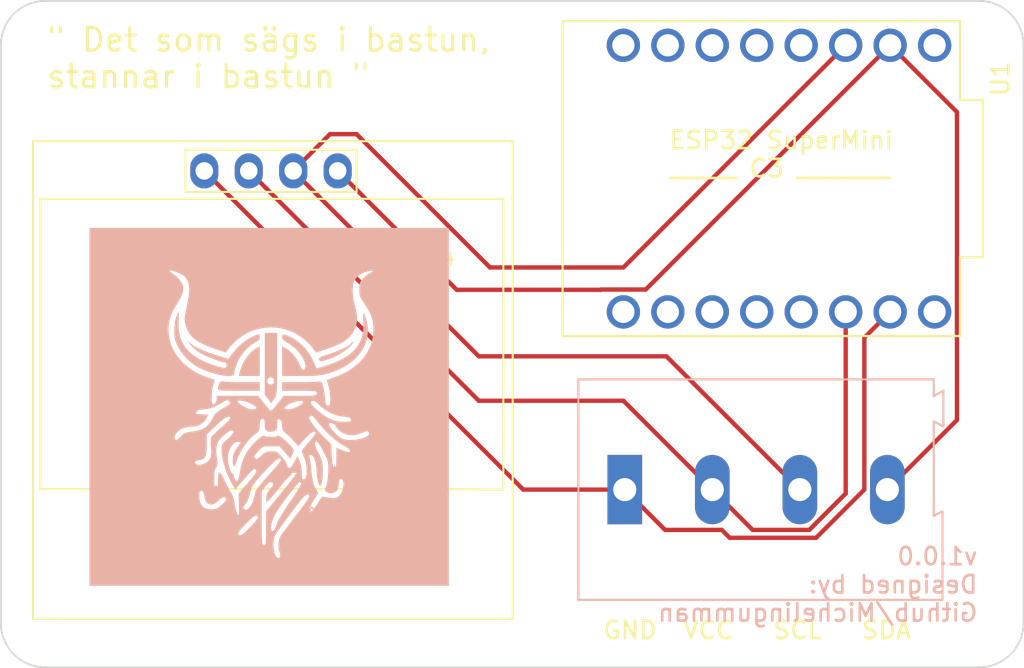
<source format=kicad_pcb>
(kicad_pcb (version 20221018) (generator pcbnew)
  (layers (0 "F.Cu" signal) (31 "B.Cu" signal) (34 "B.Paste" user) (35 "F.Paste" user) (36 "B.SilkS" user "B.Silkscreen") (37 "F.SilkS" user "F.Silkscreen") (38 "B.Mask" user) (39 "F.Mask" user) (44 "Edge.Cuts" user))
  (net 0 "")
  (net 13 "Net-(Display1-Pin_2)")
  (net 14 "Net-(Display1-Pin_1)")
  (net 15 "Net-(Display1-Pin_3)")
  (net 16 "Net-(Display1-Pin_4)")
  (footprint "esp32 c3 supermini:MODULE_ESP32-C3_SUPERMINI" (layer "F.Cu") (at 165.36 96.52 -90)
    (fp_text reference "U1")
    (fp_text value "ESP32-C3_SUPERMINI_TH")
  )
  (footprint "SSD1306:128x64OLED" (layer "F.Cu") (at 137.16 106.68)
    (fp_text reference "Display1" hide)
    (fp_text value "Screw_Terminal_01x04" hide)
  )
  (footprint "TerminalBlock:TerminalBlock_Altech_AK300-4_P5.00mm" (layer "B.Cu") (at 157.56 114.3)
    (fp_text reference "Sensor1" hide)
    (fp_text value "Screw_Terminal_01x04")
  )
  (gr_poly (pts (xy 139.674486 115.285094) (xy 139.678387 115.285339) (xy 139.682236 115.285744) (xy 139.686028 115.286307) (xy 139.689758 115.287025) (xy 139.693421 115.287895) (xy 139.697012 115.288915) (xy 139.700525 115.290083) (xy 139.703955 115.291395) (xy 139.707298 115.292849) (xy 139.710547 115.294443) (xy 139.713699 115.296174) (xy 139.716747 115.298039) (xy 139.719686 115.300036) (xy 139.722512 115.302162) (xy 139.725219 115.304415) (xy 139.727802 115.306791) (xy 139.730256 115.30929) (xy 139.732575 115.311907) (xy 139.734755 115.31464) (xy 139.73679 115.317487) (xy 139.738676 115.320445) (xy 139.740406 115.323512) (xy 139.741976 115.326684) (xy 139.743381 115.32996) (xy 139.744615 115.333337) (xy 139.745674 115.336812) (xy 139.746551 115.340382) (xy 139.747243 115.344045) (xy 139.747743 115.347799) (xy 139.748047 115.351641) (xy 139.74815 115.355568) (xy 139.748109 115.358874) (xy 139.747988 115.362174) (xy 139.747789 115.365461) (xy 139.747516 115.368728) (xy 139.74717 115.37197) (xy 139.746755 115.375179) (xy 139.746272 115.37835) (xy 139.745725 115.381475) (xy 139.744446 115.387564) (xy 139.742941 115.393395) (xy 139.742109 115.396197) (xy 139.741229 115.398916) (xy 139.740301 115.401544) (xy 139.73933 115.404075) (xy 139.738318 115.406502) (xy 139.737267 115.40882) (xy 139.736179 115.411022) (xy 139.735058 115.413101) (xy 139.733907 115.41505) (xy 139.732726 115.416865) (xy 139.73152 115.418537) (xy 139.730291 115.42006) (xy 139.72904 115.421428) (xy 139.727772 115.422635) (xy 139.726489 115.423674) (xy 139.725192 115.424539) (xy 139.723885 115.425222) (xy 139.72257 115.425719) (xy 139.72125 115.426021) (xy 139.719928 115.426123) (xy 139.717903 115.426021) (xy 139.715801 115.425719) (xy 139.713626 115.425222) (xy 139.711384 115.424539) (xy 139.706719 115.422635) (xy 139.701848 115.42006) (xy 139.696811 115.416865) (xy 139.69165 115.413101) (xy 139.686407 115.40882) (xy 139.681122 115.404075) (xy 139.675837 115.398916) (xy 139.670594 115.393395) (xy 139.665433 115.387564) (xy 139.660396 115.381475) (xy 139.655525 115.375179) (xy 139.65086 115.368728) (xy 139.646444 115.362174) (xy 139.642316 115.355568) (xy 139.640435 115.351641) (xy 139.638758 115.347799) (xy 139.637282 115.344045) (xy 139.636005 115.340382) (xy 139.634924 115.336812) (xy 139.634038 115.333337) (xy 139.633342 115.32996) (xy 139.632836 115.326684) (xy 139.632515 115.323512) (xy 139.632377 115.320445) (xy 139.632421 115.317487) (xy 139.632643 115.31464) (xy 139.63304 115.311907) (xy 139.633611 115.30929) (xy 139.634352 115.306791) (xy 139.635261 115.304415) (xy 139.636336 115.302162) (xy 139.637573 115.300036) (xy 139.63897 115.298039) (xy 139.640525 115.296174) (xy 139.642235 115.294443) (xy 139.644098 115.292849) (xy 139.64611 115.291395) (xy 139.64827 115.290083) (xy 139.650574 115.288915) (xy 139.653021 115.287895) (xy 139.655607 115.287025) (xy 139.65833 115.286307) (xy 139.661187 115.285744) (xy 139.664176 115.285339) (xy 139.667294 115.285094) (xy 139.670539 115.285012)) (fill solid) (layer "B.SilkS"))
  (gr_poly (pts (xy 147.509259 119.800568) (xy 126.977595 119.800568) (xy 126.977595 116.828954) (xy 135.482575 116.828954) (xy 135.482628 116.835752) (xy 135.483171 116.842235) (xy 135.484204 116.848405) (xy 135.485724 116.854263) (xy 135.487732 116.85981) (xy 135.490227 116.865048) (xy 135.493209 116.869977) (xy 135.496676 116.874598) (xy 135.500629 116.878913) (xy 135.505066 116.882923) (xy 135.509987 116.886628) (xy 135.515391 116.890031) (xy 135.521277 116.893132) (xy 135.534495 116.898433) (xy 135.549636 116.90254) (xy 135.566693 116.905463) (xy 135.585663 116.90721) (xy 135.606539 116.90779) (xy 135.621989 116.905014) (xy 135.641667 116.896914) (xy 135.665255 116.883826) (xy 135.692432 116.86609) (xy 135.756282 116.818028) (xy 135.830663 116.755434) (xy 135.913023 116.681017) (xy 136.000809 116.597483) (xy 136.091469 116.507542) (xy 136.182449 116.413901) (xy 136.271196 116.319268) (xy 136.355158 116.22635) (xy 136.431782 116.137856) (xy 136.498516 116.056493) (xy 136.552805 115.98497) (xy 136.592098 115.925993) (xy 136.599301 115.912957) (xy 136.820094 115.912957) (xy 136.820203 116.160295) (xy 136.820632 116.379574) (xy 136.821536 116.572498) (xy 136.823071 116.740772) (xy 136.824123 116.816198) (xy 136.825391 116.886101) (xy 136.826894 116.950695) (xy 136.828652 117.010192) (xy 136.830684 117.064806) (xy 136.833008 117.114749) (xy 136.835646 117.160235) (xy 136.838615 117.201478) (xy 136.841936 117.238689) (xy 136.845628 117.272083) (xy 136.84971 117.301873) (xy 136.854201 117.328271) (xy 136.859121 117.351491) (xy 136.86449 117.371746) (xy 136.867348 117.380828) (xy 136.870326 117.38925) (xy 136.873425 117.397036) (xy 136.876649 117.404214) (xy 136.88 117.410811) (xy 136.883479 117.416854) (xy 136.88709 117.422368) (xy 136.890834 117.427381) (xy 136.894715 117.431919) (xy 136.898735 117.436009) (xy 136.902896 117.439677) (xy 136.9072 117.442951) (xy 136.911651 117.445856) (xy 136.91625 117.44842) (xy 136.920999 117.450669) (xy 136.925902 117.45263) (xy 136.936177 117.455793) (xy 136.947095 117.458123) (xy 136.965883 117.460681) (xy 136.982634 117.459735) (xy 136.997464 117.454262) (xy 137.010484 117.44324) (xy 137.016152 117.434434) (xy 137.492231 117.434434) (xy 137.496009 117.550837) (xy 137.506421 117.665421) (xy 137.523004 117.775623) (xy 137.545292 117.878879) (xy 137.57282 117.972627) (xy 137.588404 118.015135) (xy 137.605123 118.054304) (xy 137.62292 118.089814) (xy 137.641736 118.121346) (xy 137.661513 118.148578) (xy 137.682193 118.17119) (xy 137.703718 118.188861) (xy 137.72603 118.201272) (xy 137.749071 118.208102) (xy 137.772782 118.209031) (xy 137.797105 118.203738) (xy 137.821983 118.191902) (xy 137.83439 118.183536) (xy 137.845175 118.17425) (xy 137.854368 118.16395) (xy 137.862001 118.152545) (xy 137.868104 118.139941) (xy 137.872708 118.126045) (xy 137.875845 118.110764) (xy 137.877545 118.094005) (xy 137.87784 118.075676) (xy 137.87676 118.055682) (xy 137.874336 118.033931) (xy 137.8706 118.010331) (xy 137.865582 117.984787) (xy 137.859314 117.957207) (xy 137.851826 117.927498) (xy 137.84315 117.895568) (xy 137.822481 117.818654) (xy 137.80546 117.743942) (xy 137.792099 117.671318) (xy 137.782406 117.600667) (xy 137.776393 117.531878) (xy 137.774069 117.464834) (xy 137.775445 117.399424) (xy 137.780532 117.335533) (xy 137.789339 117.273048) (xy 137.801878 117.211854) (xy 137.818158 117.151839) (xy 137.838189 117.092888) (xy 137.861983 117.034888) (xy 137.889549 116.977725) (xy 137.920898 116.921286) (xy 137.956039 116.865456) (xy 138.084913 116.689288) (xy 138.293824 116.408609) (xy 138.837984 115.687178) (xy 138.979412 115.504643) (xy 139.110835 115.330211) (xy 139.229525 115.168016) (xy 139.332754 115.022192) (xy 139.417793 114.896873) (xy 139.452638 114.843195) (xy 139.481913 114.796194) (xy 139.505276 114.756386) (xy 139.522386 114.724289) (xy 139.532902 114.700418) (xy 139.535581 114.691729) (xy 139.536483 114.685291) (xy 139.535992 114.671275) (xy 139.534542 114.658328) (xy 139.532164 114.646442) (xy 139.52889 114.635612) (xy 139.524754 114.625831) (xy 139.519786 114.617093) (xy 139.514021 114.609391) (xy 139.507489 114.602718) (xy 139.500224 114.597069) (xy 139.492257 114.592436) (xy 139.483621 114.588814) (xy 139.474347 114.586196) (xy 139.46447 114.584574) (xy 139.45402 114.583944) (xy 139.44303 114.584298) (xy 139.431532 114.585631) (xy 139.419559 114.587934) (xy 139.407142 114.591203) (xy 139.394315 114.59543) (xy 139.381109 114.60061) (xy 139.367558 114.606735) (xy 139.353692 114.613799) (xy 139.339544 114.621796) (xy 139.325147 114.63072) (xy 139.295735 114.65132) (xy 139.265713 114.675547) (xy 139.235339 114.703351) (xy 139.204872 114.734679) (xy 139.059338 114.908229) (xy 138.85022 115.174549) (xy 138.60125 115.501392) (xy 138.336157 115.856512) (xy 138.078671 116.207664) (xy 137.852521 116.522601) (xy 137.681438 116.769077) (xy 137.58915 116.914846) (xy 137.569814 116.956836) (xy 137.552775 117.001896) (xy 137.537977 117.049705) (xy 137.525361 117.099943) (xy 137.514869 117.15229) (xy 137.506442 117.206424) (xy 137.500023 117.262026) (xy 137.495554 117.318776) (xy 137.492231 117.434434) (xy 137.016152 117.434434) (xy 137.02181 117.425644) (xy 137.031555 117.400452) (xy 137.039831 117.36664) (xy 137.046754 117.323185) (xy 137.052437 117.269065) (xy 137.056993 117.203255) (xy 137.06318 117.032475) (xy 137.066226 116.802659) (xy 137.067039 116.505623) (xy 137.067066 116.501875) (xy 137.351466 116.501875) (xy 137.352856 116.528922) (xy 137.355724 116.55392) (xy 137.360101 116.576742) (xy 137.366018 116.597262) (xy 137.373506 116.615354) (xy 137.382596 116.63089) (xy 137.393318 116.643744) (xy 137.405705 116.653789) (xy 137.422598 116.662516) (xy 137.438985 116.667377) (xy 137.447037 116.668287) (xy 137.45502 116.668145) (xy 137.462955 116.666924) (xy 137.470859 116.664593) (xy 137.478753 116.661126) (xy 137.486657 116.656494) (xy 137.502568 116.64362) (xy 137.518748 116.625743) (xy 137.535351 116.602637) (xy 137.552534 116.574074) (xy 137.57045 116.539826) (xy 137.589255 116.499667) (xy 137.609104 116.453368) (xy 137.630152 116.400703) (xy 137.652553 116.341444) (xy 137.702039 116.202234) (xy 137.715945 116.164722) (xy 137.736228 116.118767) (xy 137.794312 116.004128) (xy 137.873067 115.863526) (xy 137.969268 115.702172) (xy 138.07969 115.525273) (xy 138.201109 115.338039) (xy 138.3303 115.145678) (xy 138.464039 114.9534) (xy 138.594594 114.763906) (xy 138.714732 114.584417) (xy 138.821971 114.418984) (xy 138.91383 114.271658) (xy 138.953218 114.206052) (xy 138.987831 114.146491) (xy 139.017359 114.093483) (xy 139.041492 114.047534) (xy 139.059919 114.009151) (xy 139.072332 113.978839) (xy 139.07842 113.957106) (xy 139.078994 113.949614) (xy 139.077872 113.944457) (xy 139.073583 113.937851) (xy 139.068694 113.931296) (xy 139.063268 113.924845) (xy 139.057366 113.918549) (xy 139.051052 113.91246) (xy 139.044385 113.90663) (xy 139.03743 113.901109) (xy 139.030247 113.89595) (xy 139.022898 113.891204) (xy 139.015447 113.886924) (xy 139.007954 113.88316) (xy 139.000481 113.879965) (xy 138.993091 113.87739) (xy 138.985846 113.875486) (xy 138.982297 113.874803) (xy 138.978808 113.874306) (xy 138.975386 113.874004) (xy 138.972038 113.873902) (xy 138.951647 113.88602) (xy 138.915401 113.920907) (xy 138.802044 114.05018) (xy 138.645361 114.244112) (xy 138.458747 114.485089) (xy 138.255597 114.755501) (xy 138.049304 115.037737) (xy 137.853264 115.314186) (xy 137.680872 115.567235) (xy 137.632048 115.644705) (xy 137.586283 115.725626) (xy 137.543826 115.808987) (xy 137.504924 115.893774) (xy 137.469826 115.978975) (xy 137.438779 116.063576) (xy 137.412031 116.146565) (xy 137.389831 116.226929) (xy 137.372426 116.303655) (xy 137.360065 116.375729) (xy 137.352996 116.44214) (xy 137.351523 116.472906) (xy 137.351466 116.501875) (xy 137.067066 116.501875) (xy 137.074094 115.531957) (xy 137.723206 114.74879) (xy 137.993852 114.416076) (xy 138.247963 114.097915) (xy 138.458416 113.830024) (xy 138.598094 113.648122) (xy 138.816817 113.337679) (xy 138.647484 113.337679) (xy 138.625902 113.338013) (xy 138.606129 113.339029) (xy 138.596917 113.3398) (xy 138.588154 113.340748) (xy 138.579837 113.341878) (xy 138.571967 113.343191) (xy 138.564541 113.34469) (xy 138.557558 113.346377) (xy 138.551017 113.348256) (xy 138.544916 113.350329) (xy 138.539255 113.352598) (xy 138.534031 113.355066) (xy 138.529244 113.357735) (xy 138.524893 113.360609) (xy 138.520976 113.363689) (xy 138.517491 113.366979) (xy 138.514438 113.37048) (xy 138.511815 113.374196) (xy 138.509622 113.378129) (xy 138.507855 113.382282) (xy 138.506515 113.386657) (xy 138.505601 113.391256) (xy 138.505109 113.396084) (xy 138.505041 113.401141) (xy 138.505393 113.40643) (xy 138.506166 113.411955) (xy 138.507356 113.417717) (xy 138.508965 113.42372) (xy 138.510989 113.429966) (xy 138.513428 113.436457) (xy 138.514688 113.441024) (xy 138.515824 113.445462) (xy 138.516832 113.449766) (xy 138.517713 113.45393) (xy 138.518465 113.45795) (xy 138.519086 113.46182) (xy 138.519576 113.465534) (xy 138.519932 113.469089) (xy 138.520154 113.472478) (xy 138.52024 113.475697) (xy 138.52019 113.478739) (xy 138.520001 113.481601) (xy 138.519672 113.484277) (xy 138.519203 113.486762) (xy 138.518592 113.489051) (xy 138.517837 113.491137) (xy 138.516938 113.493018) (xy 138.515893 113.494686) (xy 138.5147 113.496137) (xy 138.513359 113.497366) (xy 138.511868 113.498368) (xy 138.510226 113.499137) (xy 138.508431 113.499668) (xy 138.506483 113.499957) (xy 138.504379 113.499997) (xy 138.502119 113.499785) (xy 138.499702 113.499314) (xy 138.497126 113.498579) (xy 138.494389 113.497576) (xy 138.491491 113.496299) (xy 138.488431 113.494742) (xy 138.485206 113.492902) (xy 138.48112 113.491943) (xy 138.475506 113.493003) (xy 138.459864 113.50099) (xy 138.43862 113.516481) (xy 138.412115 113.539093) (xy 138.344687 113.60415) (xy 138.26031 113.693102) (xy 138.161711 113.80289) (xy 138.051619 113.930455) (xy 137.932764 114.072738) (xy 137.807872 114.226679) (xy 137.68298 114.383596) (xy 137.564125 114.529517) (xy 137.454033 114.661381) (xy 137.355435 114.77613) (xy 137.311298 114.826131) (xy 137.271058 114.870705) (xy 137.235055 114.909471) (xy 137.203631 114.942046) (xy 137.177126 114.968048) (xy 137.155882 114.987094) (xy 137.140239 114.998802) (xy 137.134625 115.001785) (xy 137.13054 115.00279) (xy 137.12225 115.001833) (xy 137.114575 114.999021) (xy 137.10751 114.994441) (xy 137.101049 114.988182) (xy 137.095188 114.980332) (xy 137.089922 114.970978) (xy 137.08115 114.948109) (xy 137.074694 114.920279) (xy 137.070512 114.888192) (xy 137.068562 114.852549) (xy 137.068803 114.814053) (xy 137.071194 114.773408) (xy 137.075693 114.731316) (xy 137.08226 114.688479) (xy 137.090852 114.645602) (xy 137.101428 114.603386) (xy 137.113948 114.562534) (xy 137.128369 114.523749) (xy 137.14465 114.487734) (xy 137.15323 114.471225) (xy 137.163019 114.453559) (xy 137.185771 114.415415) (xy 137.211995 114.374625) (xy 137.240782 114.332512) (xy 137.271223 114.290399) (xy 137.302408 114.249609) (xy 137.333427 114.211465) (xy 137.348591 114.193798) (xy 137.363372 114.177289) (xy 137.376747 114.162762) (xy 137.389095 114.148302) (xy 137.400422 114.133936) (xy 137.410735 114.119688) (xy 137.420041 114.105585) (xy 137.428345 114.091652) (xy 137.435654 114.077916) (xy 137.441975 114.064401) (xy 137.447315 114.051135) (xy 137.451679 114.038143) (xy 137.455073 114.02545) (xy 137.457506 114.013083) (xy 137.458982 114.001068) (xy 137.459509 113.98943) (xy 137.459093 113.978194) (xy 137.45774 113.967388) (xy 137.455457 113.957036) (xy 137.45225 113.947165) (xy 137.448126 113.937801) (xy 137.443092 113.928968) (xy 137.437153 113.920694) (xy 137.430316 113.913004) (xy 137.422587 113.905923) (xy 137.413974 113.899478) (xy 137.404482 113.893695) (xy 137.394118 113.888598) (xy 137.382888 113.884215) (xy 137.3708 113.880571) (xy 137.357858 113.877692) (xy 137.344071 113.875604) (xy 137.329444 113.874331) (xy 137.313983 113.873902) (xy 137.308467 113.87425) (xy 137.302516 113.875283) (xy 137.289385 113.879331) (xy 137.274745 113.885901) (xy 137.258751 113.894848) (xy 137.241559 113.906027) (xy 137.223322 113.919294) (xy 137.204197 113.934504) (xy 137.184337 113.951512) (xy 137.163899 113.970174) (xy 137.143038 113.990345) (xy 137.121907 114.01188) (xy 137.100663 114.034635) (xy 137.07946 114.058465) (xy 137.058454 114.083225) (xy 137.037799 114.10877) (xy 137.01765 114.134957) (xy 136.820094 114.388956) (xy 136.820094 115.912957) (xy 136.599301 115.912957) (xy 136.605323 115.902056) (xy 136.613842 115.882272) (xy 136.617335 115.866978) (xy 136.615484 115.856513) (xy 136.596553 115.83142) (xy 136.586691 115.820939) (xy 136.576485 115.811878) (xy 136.565876 115.804269) (xy 136.554805 115.798144) (xy 136.543212 115.793536) (xy 136.531037 115.790477) (xy 136.518222 115.788999) (xy 136.504707 115.789135) (xy 136.490431 115.790917) (xy 136.475337 115.794377) (xy 136.459364 115.799547) (xy 136.442454 115.80646) (xy 136.405581 115.825644) (xy 136.364243 115.852187) (xy 136.317965 115.886347) (xy 136.266271 115.928382) (xy 136.208687 115.978551) (xy 136.144735 116.037113) (xy 136.073942 116.104325) (xy 135.909927 116.265734) (xy 135.830711 116.346196) (xy 135.79419 116.384279) (xy 135.759721 116.420942) (xy 135.727299 116.456195) (xy 135.696917 116.490046) (xy 135.668572 116.522504) (xy 135.642258 116.553579) (xy 135.617969 116.583279) (xy 135.595701 116.611613) (xy 135.575448 116.638591) (xy 135.557205 116.664221) (xy 135.540968 116.688514) (xy 135.52673 116.711476) (xy 135.514487 116.733119) (xy 135.504233 116.75345) (xy 135.495964 116.772478) (xy 135.489674 116.790214) (xy 135.485359 116.806665) (xy 135.483012 116.821842) (xy 135.482575 116.828954) (xy 126.977595 116.828954) (xy 126.977595 114.650013) (xy 133.257039 114.650013) (xy 133.259609 114.744692) (xy 133.262829 114.78963) (xy 133.267347 114.832974) (xy 133.273166 114.874732) (xy 133.280293 114.914911) (xy 133.288733 114.953515) (xy 133.29849 114.990553) (xy 133.309571 115.02603) (xy 133.321979 115.059952) (xy 133.335721 115.092327) (xy 133.350801 115.123161) (xy 133.367224 115.15246) (xy 133.384997 115.180231) (xy 133.404123 115.20648) (xy 133.424609 115.231213) (xy 133.446458 115.254438) (xy 133.469677 115.27616) (xy 133.494271 115.296386) (xy 133.520244 115.315122) (xy 133.547603 115.332375) (xy 133.576351 115.348152) (xy 133.606495 115.362458) (xy 133.638039 115.375301) (xy 133.670989 115.386687) (xy 133.70535 115.396621) (xy 133.741126 115.405111) (xy 133.778324 115.412164) (xy 133.816948 115.417785) (xy 133.857003 115.421981) (xy 133.898495 115.424758) (xy 133.941428 115.426123) (xy 133.986142 115.425596) (xy 134.027942 115.423891) (xy 134.067219 115.420821) (xy 134.104368 115.416201) (xy 134.13978 115.409845) (xy 134.173848 115.401566) (xy 134.206966 115.391179) (xy 134.239526 115.378498) (xy 134.27192 115.363336) (xy 134.304541 115.345508) (xy 134.337783 115.324827) (xy 134.372037 115.301107) (xy 134.407697 115.274163) (xy 134.445156 115.243808) (xy 134.484805 115.209857) (xy 134.527039 115.172122) (xy 134.580798 115.122718) (xy 134.628366 115.07752) (xy 134.649858 115.056418) (xy 134.669836 115.03627) (xy 134.688314 115.017045) (xy 134.705302 114.99871) (xy 134.720812 114.981233) (xy 134.734856 114.964582) (xy 134.747445 114.948723) (xy 134.758591 114.933626) (xy 134.768305 114.919257) (xy 134.7766 114.905584) (xy 134.783487 114.892576) (xy 134.788977 114.880199) (xy 134.793082 114.868422) (xy 134.795813 114.857212) (xy 134.797184 114.846536) (xy 134.797204 114.836364) (xy 134.796711 114.831456) (xy 134.795885 114.826661) (xy 134.794728 114.821976) (xy 134.79324 114.817397) (xy 134.78928 114.808538) (xy 134.784016 114.800052) (xy 134.77746 114.791908) (xy 134.769624 114.784072) (xy 134.760519 114.776513) (xy 134.750157 114.769198) (xy 134.73855 114.762095) (xy 134.725709 114.755171) (xy 134.711646 114.748394) (xy 134.696372 114.741733) (xy 134.690235 114.739997) (xy 134.683736 114.738755) (xy 134.669693 114.737751) (xy 134.654328 114.738711) (xy 134.637723 114.741623) (xy 134.61996 114.746479) (xy 134.601122 114.753268) (xy 134.581292 114.761979) (xy 134.560553 114.772602) (xy 134.538987 114.785127) (xy 134.516676 114.799543) (xy 134.493704 114.81584) (xy 134.470154 114.834008) (xy 134.446107 114.854036) (xy 134.421647 114.875914) (xy 134.396856 114.899632) (xy 134.371817 114.925179) (xy 134.336729 114.959494) (xy 134.30162 114.991013) (xy 134.266552 115.019749) (xy 134.231588 115.045716) (xy 134.196789 115.068929) (xy 134.162217 115.089401) (xy 134.127935 115.107148) (xy 134.094004 115.122183) (xy 134.060487 115.134521) (xy 134.027445 115.144175) (xy 133.994941 115.15116) (xy 133.963036 115.15549) (xy 133.931792 115.15718) (xy 133.901272 115.156243) (xy 133.871537 115.152694) (xy 133.84265 115.146547) (xy 133.814672 115.137816) (xy 133.787666 115.126515) (xy 133.761694 115.112659) (xy 133.736817 115.096262) (xy 133.713097 115.077338) (xy 133.690597 115.055901) (xy 133.669379 115.031966) (xy 133.649504 115.005546) (xy 133.631035 114.976656) (xy 133.614033 114.94531) (xy 133.598561 114.911522) (xy 133.584681 114.875307) (xy 133.572455 114.836679) (xy 133.561944 114.795652) (xy 133.55321 114.752239) (xy 133.546317 114.706456) (xy 133.540773 114.668085) (xy 133.534714 114.632318) (xy 133.528116 114.599114) (xy 133.52461 114.58346) (xy 133.520961 114.568432) (xy 133.517167 114.554024) (xy 133.513227 114.54023) (xy 133.509136 114.527047) (xy 133.504893 114.514468) (xy 133.500495 114.502488) (xy 133.495939 114.491103) (xy 133.491223 114.480307) (xy 133.486345 114.470095) (xy 133.481301 114.460462) (xy 133.476089 114.451402) (xy 133.470706 114.442911) (xy 133.46515 114.434983) (xy 133.459419 114.427613) (xy 133.45351 114.420796) (xy 133.447419 114.414526) (xy 133.441145 114.4088) (xy 133.434685 114.403611) (xy 133.428037 114.398954) (xy 133.421197 114.394824) (xy 133.414163 114.391216) (xy 133.406933 114.388125) (xy 133.399504 114.385545) (xy 133.391874 114.383472) (xy 133.384039 114.3819) (xy 133.365172 114.378788) (xy 133.348197 114.377505) (xy 133.333019 114.378227) (xy 133.326076 114.379395) (xy 133.319547 114.381129) (xy 133.313421 114.383453) (xy 133.307687 114.386389) (xy 133.302333 114.389957) (xy 133.297347 114.39418) (xy 133.292717 114.39908) (xy 133.288433 114.404679) (xy 133.284481 114.410999) (xy 133.280852 114.418061) (xy 133.274511 114.434503) (xy 133.269317 114.45418) (xy 133.265178 114.477267) (xy 133.262 114.503941) (xy 133.25969 114.534376) (xy 133.258155 114.56875) (xy 133.257302 114.607237) (xy 133.257039 114.650013) (xy 126.977595 114.650013) (xy 126.977595 113.598321) (xy 134.10981 113.598321) (xy 134.110761 113.73279) (xy 134.112244 113.785674) (xy 134.114027 113.835716) (xy 134.116079 113.882719) (xy 134.118368 113.926488) (xy 134.120864 113.966825) (xy 134.123536 114.003534) (xy 134.126352 114.036419) (xy 134.129282 114.065284) (xy 134.132295 114.089932) (xy 134.135359 114.110167) (xy 134.138444 114.125792) (xy 134.141519 114.136611) (xy 134.143043 114.140157) (xy 134.144552 114.142428) (xy 134.146044 114.143399) (xy 134.147513 114.143046) (xy 134.148957 114.141344) (xy 134.150371 114.138269) (xy 134.151752 114.133796) (xy 134.153094 114.127901) (xy 134.158312 114.109212) (xy 134.163416 114.092817) (xy 134.165941 114.085473) (xy 134.168458 114.078695) (xy 134.170972 114.072481) (xy 134.173489 114.066827) (xy 134.176017 114.061731) (xy 134.178562 114.057191) (xy 134.18113 114.053204) (xy 134.183728 114.049767) (xy 134.186362 114.046878) (xy 134.189039 114.044534) (xy 134.191764 114.042732) (xy 134.194546 114.041471) (xy 134.197389 114.040747) (xy 134.200301 114.040558) (xy 134.203287 114.040901) (xy 134.206356 114.041774) (xy 134.209511 114.043174) (xy 134.212762 114.045099) (xy 134.216113 114.047545) (xy 134.219571 114.050511) (xy 134.223143 114.053993) (xy 134.226835 114.05799) (xy 134.230654 114.062499) (xy 134.234605 114.067516) (xy 134.238697 114.07304) (xy 134.242934 114.079068) (xy 134.251872 114.092624) (xy 134.259564 114.102794) (xy 134.266769 114.109491) (xy 134.270193 114.111537) (xy 134.273499 114.112716) (xy 134.276689 114.113026) (xy 134.279764 114.112467) (xy 134.282725 114.111041) (xy 134.285574 114.108747) (xy 134.29094 114.101553) (xy 134.295872 114.090887) (xy 134.300379 114.076748) (xy 134.304474 114.059137) (xy 134.308165 114.038053) (xy 134.311464 114.013496) (xy 134.31438 113.985467) (xy 134.319107 113.91899) (xy 134.322427 113.838623) (xy 134.32461 113.719385) (xy 134.328643 113.615629) (xy 134.334722 113.527294) (xy 134.343043 113.454316) (xy 134.348107 113.423567) (xy 134.353804 113.396635) (xy 134.360161 113.373511) (xy 134.3672 113.354188) (xy 134.374948 113.338658) (xy 134.383429 113.326913) (xy 134.392666 113.318946) (xy 134.402685 113.314748) (xy 134.41351 113.314313) (xy 134.425166 113.317632) (xy 134.437677 113.324697) (xy 134.451068 113.335501) (xy 134.465363 113.350037) (xy 134.480587 113.368295) (xy 134.496765 113.390269) (xy 134.51392 113.415951) (xy 134.551263 113.478407) (xy 134.592813 113.555601) (xy 134.638765 113.647471) (xy 134.689317 113.753955) (xy 134.743611 113.866528) (xy 134.79956 113.979844) (xy 134.855508 114.09068) (xy 134.909803 114.19581) (xy 134.960791 114.292011) (xy 135.006817 114.376058) (xy 135.046229 114.444725) (xy 135.077373 114.494789) (xy 135.091992 114.516402) (xy 135.106684 114.541353) (xy 135.121354 114.569343) (xy 135.135912 114.600072) (xy 135.150262 114.633239) (xy 135.164313 114.668547) (xy 135.177971 114.705693) (xy 135.191143 114.74438) (xy 135.215658 114.825175) (xy 135.237114 114.908533) (xy 135.246463 114.950423) (xy 135.254767 114.992056) (xy 135.261934 115.03313) (xy 135.267872 115.073346) (xy 135.279794 115.15496) (xy 135.294124 115.235128) (xy 135.310459 115.312897) (xy 135.328396 115.387318) (xy 135.347532 115.457439) (xy 135.367463 115.522311) (xy 135.387788 115.580981) (xy 135.408102 115.632498) (xy 135.428002 115.675914) (xy 135.437671 115.694285) (xy 135.447086 115.710275) (xy 135.456196 115.723763) (xy 135.464951 115.734632) (xy 135.4733 115.742761) (xy 135.481193 115.748033) (xy 135.488579 115.750329) (xy 135.495409 115.749529) (xy 135.501631 115.745514) (xy 135.507196 115.738167) (xy 135.512053 115.727367) (xy 135.516151 115.712997) (xy 135.519441 115.694937) (xy 135.521872 115.673069) (xy 135.52099 115.425241) (xy 135.520056 115.339734) (xy 135.777854 115.339734) (xy 135.778367 115.347121) (xy 135.779525 115.354275) (xy 135.781321 115.361226) (xy 135.783744 115.368005) (xy 135.786786 115.37464) (xy 135.790438 115.381161) (xy 135.794691 115.387599) (xy 135.799536 115.393982) (xy 135.804963 115.40034) (xy 135.810963 115.406704) (xy 135.817529 115.413103) (xy 135.824649 115.419566) (xy 135.832317 115.426123) (xy 135.846648 115.438188) (xy 135.85368 115.443339) (xy 135.860649 115.447896) (xy 135.867577 115.451854) (xy 135.874484 115.455207) (xy 135.881392 115.45795) (xy 135.88832 115.460078) (xy 135.895289 115.461586) (xy 135.902321 115.462469) (xy 135.909435 115.462721) (xy 135.916652 115.462338) (xy 135.923994 115.461314) (xy 135.93148 115.459644) (xy 135.939132 115.457323) (xy 135.946969 115.454346) (xy 135.955013 115.450707) (xy 135.963285 115.446401) (xy 135.971805 115.441424) (xy 135.980593 115.43577) (xy 135.999059 115.42241) (xy 136.018848 115.40628) (xy 136.040125 115.387339) (xy 136.063055 115.365545) (xy 136.087805 115.340857) (xy 136.114539 115.313234) (xy 136.144079 115.279608) (xy 136.171934 115.244649) (xy 136.198239 115.208016) (xy 136.223128 115.169367) (xy 136.246736 115.128362) (xy 136.269196 115.084659) (xy 136.290643 115.037918) (xy 136.311212 114.987797) (xy 136.331037 114.933955) (xy 136.350252 114.876052) (xy 136.368992 114.813745) (xy 136.38739 114.746695) (xy 136.423702 114.596999) (xy 136.460262 114.424234) (xy 136.468971 114.401988) (xy 136.484294 114.372599) (xy 136.505902 114.336534) (xy 136.533463 114.294258) (xy 136.605121 114.19293) (xy 136.696622 114.072338) (xy 136.805322 113.936202) (xy 136.928574 113.788242) (xy 137.063732 113.632179) (xy 137.20815 113.471733) (xy 137.349881 113.317862) (xy 137.482104 113.170771) (xy 137.601924 113.033932) (xy 137.706448 112.910818) (xy 137.792782 112.804902) (xy 137.828224 112.759478) (xy 137.858033 112.719656) (xy 137.881847 112.68587) (xy 137.899305 112.658554) (xy 137.910045 112.638142) (xy 137.912783 112.63066) (xy 137.913705 112.625067) (xy 137.912426 112.584496) (xy 137.909789 112.567546) (xy 137.905782 112.552845) (xy 137.900374 112.540412) (xy 137.893536 112.530267) (xy 137.885239 112.52243) (xy 137.875451 112.516919) (xy 137.864145 112.513755) (xy 137.851289 112.512956) (xy 137.836855 112.514542) (xy 137.820812 112.518532) (xy 137.803131 112.524945) (xy 137.783783 112.533802) (xy 137.739963 112.558922) (xy 137.689115 112.594046) (xy 137.631001 112.63933) (xy 137.565384 112.694929) (xy 137.492026 112.760997) (xy 137.410689 112.83769) (xy 137.321135 112.925163) (xy 137.116428 113.133068) (xy 136.856971 113.409612) (xy 136.747644 113.529013) (xy 136.650761 113.63754) (xy 136.565454 113.736476) (xy 136.490854 113.827103) (xy 136.426093 113.910702) (xy 136.370303 113.988554) (xy 136.322616 114.061941) (xy 136.282164 114.132146) (xy 136.248078 114.200448) (xy 136.219491 114.26813) (xy 136.195534 114.336474) (xy 136.175338 114.406761) (xy 136.158037 114.480273) (xy 136.142762 114.55829) (xy 136.135339 114.592223) (xy 136.126377 114.627674) (xy 136.115988 114.664346) (xy 136.104287 114.701937) (xy 136.091387 114.740148) (xy 136.077401 114.77868) (xy 136.062444 114.817232) (xy 136.04663 114.855505) (xy 136.030071 114.8932) (xy 136.012881 114.930016) (xy 135.995175 114.965653) (xy 135.977066 114.999813) (xy 135.958668 115.032195) (xy 135.940093 115.0625) (xy 135.921457 115.090428) (xy 135.902872 115.115679) (xy 135.876733 115.149783) (xy 135.853828 115.180819) (xy 135.843566 115.195259) (xy 135.834086 115.209022) (xy 135.825378 115.222136) (xy 135.817434 115.234631) (xy 135.810244 115.246537) (xy 135.8038 115.257884) (xy 135.798092 115.268701) (xy 135.793112 115.279018) (xy 135.788849 115.288864) (xy 135.785296 115.298271) (xy 135.782444 115.307266) (xy 135.780282 115.31588) (xy 135.778803 115.324143) (xy 135.777996 115.332084) (xy 135.777854 115.339734) (xy 135.520056 115.339734) (xy 135.518895 115.233529) (xy 135.514816 115.023957) (xy 135.500706 114.515958) (xy 136.036929 113.902123) (xy 136.108972 113.816993) (xy 136.174401 113.738674) (xy 136.233381 113.666866) (xy 136.286077 113.60127) (xy 136.332655 113.541585) (xy 136.373279 113.487512) (xy 136.408116 113.438752) (xy 136.437331 113.395005) (xy 136.449881 113.374917) (xy 136.461088 113.35597) (xy 136.470972 113.338126) (xy 136.479554 113.321348) (xy 136.486854 113.305599) (xy 136.492893 113.29084) (xy 136.497692 113.277035) (xy 136.501271 113.264146) (xy 136.503652 113.252135) (xy 136.504854 113.240966) (xy 136.504899 113.230599) (xy 136.503807 113.220999) (xy 136.501599 113.212128) (xy 136.498295 113.203948) (xy 136.493916 113.196422) (xy 136.488483 113.189511) (xy 136.470719 113.168715) (xy 136.453854 113.151795) (xy 136.436968 113.139484) (xy 136.428229 113.135286) (xy 136.419141 113.132516) (xy 136.409588 113.131265) (xy 136.399454 113.131626) (xy 136.388625 113.133689) (xy 136.376987 113.137546) (xy 136.35082 113.151011) (xy 136.320033 113.172755) (xy 136.283706 113.203511) (xy 136.240919 113.244013) (xy 136.190753 113.294995) (xy 136.132288 113.357192) (xy 135.986781 113.51816) (xy 135.797039 113.73279) (xy 135.310205 114.297234) (xy 135.119706 113.972678) (xy 135.063053 113.870521) (xy 135.007134 113.760653) (xy 134.952351 113.644295) (xy 134.899109 113.522666) (xy 134.84781 113.396986) (xy 134.798857 113.268474) (xy 134.752653 113.138349) (xy 134.709601 113.007831) (xy 134.670105 112.878141) (xy 134.634567 112.750497) (xy 134.603391 112.626118) (xy 134.576979 112.506225) (xy 134.569733 112.467278) (xy 134.88973 112.467278) (xy 134.890111 112.540691) (xy 134.894688 112.618176) (xy 134.903078 112.69838) (xy 134.9149 112.779948) (xy 134.929771 112.861526) (xy 134.947308 112.94176) (xy 134.96713 113.019297) (xy 134.988853 113.092783) (xy 135.012095 113.160863) (xy 135.036474 113.222184) (xy 135.061608 113.275392) (xy 135.074338 113.29853) (xy 135.087114 113.319133) (xy 135.099887 113.33703) (xy 135.112609 113.352052) (xy 135.125233 113.364031) (xy 135.137712 113.372797) (xy 135.149996 113.378181) (xy 135.162039 113.380013) (xy 135.165346 113.380259) (xy 135.168649 113.38099) (xy 135.171944 113.382193) (xy 135.175227 113.383858) (xy 135.181743 113.388524) (xy 135.188167 113.394896) (xy 135.194466 113.40288) (xy 135.20061 113.412383) (xy 135.206569 113.423312) (xy 135.21231 113.435575) (xy 135.217803 113.449078) (xy 135.223017 113.463728) (xy 135.227921 113.479433) (xy 135.232484 113.496099) (xy 135.236675 113.513632) (xy 135.240463 113.531941) (xy 135.243817 113.550932) (xy 135.246706 113.570513) (xy 135.248152 113.581032) (xy 135.249839 113.591417) (xy 135.251762 113.601658) (xy 135.253913 113.611743) (xy 135.256286 113.621663) (xy 135.258876 113.631408) (xy 135.261674 113.640966) (xy 135.264675 113.650328) (xy 135.267873 113.659483) (xy 135.271261 113.668422) (xy 135.274832 113.677133) (xy 135.27858 113.685606) (xy 135.282498 113.693831) (xy 135.286581 113.701798) (xy 135.290821 113.709496) (xy 135.295213 113.716915) (xy 135.299749 113.724044) (xy 135.304423 113.730874) (xy 135.309229 113.737394) (xy 135.314161 113.743594) (xy 135.319211 113.749462) (xy 135.324374 113.75499) (xy 135.329642 113.760166) (xy 135.33501 113.764981) (xy 135.340471 113.769423) (xy 135.346019 113.773483) (xy 135.351647 113.77715) (xy 135.357348 113.780415) (xy 135.363117 113.783265) (xy 135.368946 113.785692) (xy 135.37483 113.787685) (xy 135.380761 113.789234) (xy 135.397397 113.790502) (xy 135.412979 113.788793) (xy 135.427611 113.783777) (xy 135.441395 113.775123) (xy 135.454434 113.7625) (xy 135.466833 113.745578) (xy 135.478695 113.724026) (xy 135.490122 113.697512) (xy 135.501219 113.665707) (xy 135.512088 113.62828) (xy 135.522833 113.584899) (xy 135.533558 113.535235) (xy 135.555358 113.415731) (xy 135.578317 113.267124) (xy 135.599156 113.140198) (xy 135.624646 113.016031) (xy 135.654808 112.894573) (xy 135.689662 112.77577) (xy 135.729229 112.659573) (xy 135.773529 112.545927) (xy 135.822584 112.434783) (xy 135.876414 112.326089) (xy 135.935039 112.219792) (xy 135.99848 112.115842) (xy 136.066759 112.014185) (xy 136.139895 111.914772) (xy 136.217909 111.817549) (xy 136.300822 111.722466) (xy 136.388655 111.629471) (xy 136.481428 111.538512) (xy 136.532555 111.490457) (xy 136.580219 111.446763) (xy 136.624597 111.407327) (xy 136.665864 111.372046) (xy 136.704196 111.340816) (xy 136.739769 111.313534) (xy 136.772757 111.290097) (xy 136.788337 111.279788) (xy 136.803337 111.270402) (xy 136.81778 111.261925) (xy 136.831685 111.254344) (xy 136.845077 111.247647) (xy 136.857977 111.241821) (xy 136.870406 111.236853) (xy 136.882387 111.23273) (xy 136.893942 111.229438) (xy 136.905092 111.226966) (xy 136.91586 111.2253) (xy 136.926267 111.224427) (xy 136.936336 111.224335) (xy 136.946089 111.225009) (xy 136.955546 111.226439) (xy 136.964732 111.22861) (xy 136.973666 111.231509) (xy 136.982372 111.235125) (xy 137.014487 111.247527) (xy 137.052101 111.258275) (xy 137.094427 111.26737) (xy 137.140681 111.274812) (xy 137.190077 111.280599) (xy 137.241829 111.284734) (xy 137.295152 111.287214) (xy 137.349261 111.288041) (xy 137.40337 111.287214) (xy 137.456693 111.284734) (xy 137.508445 111.280599) (xy 137.557841 111.274812) (xy 137.604095 111.26737) (xy 137.646421 111.258275) (xy 137.684035 111.247527) (xy 137.71615 111.235125) (xy 137.733708 111.228605) (xy 137.752103 111.224968) (xy 137.771511 111.224288) (xy 137.792107 111.226635) (xy 137.814068 111.232084) (xy 137.837569 111.240705) (xy 137.862785 111.252572) (xy 137.889893 111.267756) (xy 137.919067 111.28633) (xy 137.950485 111.308367) (xy 137.984321 111.333938) (xy 138.020751 111.363116) (xy 138.059951 111.395974) (xy 138.102097 111.432583) (xy 138.195927 111.517346) (xy 138.28082 111.597844) (xy 138.355821 111.670529) (xy 138.421294 111.736185) (xy 138.477599 111.7956) (xy 138.502426 111.823211) (xy 138.525098 111.849557) (xy 138.545659 111.874734) (xy 138.564153 111.898842) (xy 138.580628 111.921978) (xy 138.595127 111.944241) (xy 138.607695 111.965729) (xy 138.618379 111.98654) (xy 138.627223 112.006772) (xy 138.634273 112.026524) (xy 138.639574 112.045893) (xy 138.64317 112.064978) (xy 138.645108 112.083877) (xy 138.645432 112.102688) (xy 138.644188 112.121509) (xy 138.64142 112.140439) (xy 138.637175 112.159576) (xy 138.631496 112.179017) (xy 138.624431 112.198862) (xy 138.616023 112.219208) (xy 138.606318 112.240153) (xy 138.595361 112.261796) (xy 138.569872 112.307567) (xy 138.449928 112.519234) (xy 138.139483 112.173513) (xy 137.829039 111.82779) (xy 137.349261 111.82779) (xy 137.265908 111.827939) (xy 137.192426 111.828645) (xy 137.127771 111.830302) (xy 137.070897 111.833303) (xy 137.045053 111.835429) (xy 137.020762 111.83804) (xy 136.997896 111.841182) (xy 136.976323 111.844906) (xy 136.955912 111.84926) (xy 136.936533 111.854294) (xy 136.918057 111.860056) (xy 136.900351 111.866596) (xy 136.883287 111.873963) (xy 136.866732 111.882206) (xy 136.850558 111.891374) (xy 136.834633 111.901516) (xy 136.818827 111.912681) (xy 136.803009 111.924918) (xy 136.787049 111.938277) (xy 136.770816 111.952806) (xy 136.737011 111.985573) (xy 136.70055 112.02361) (xy 136.615484 112.117069) (xy 136.577846 112.158866) (xy 136.544239 112.197119) (xy 136.51456 112.232085) (xy 136.488704 112.264022) (xy 136.477178 112.278936) (xy 136.46657 112.29319) (xy 136.456865 112.306816) (xy 136.448052 112.319846) (xy 136.440118 112.332313) (xy 136.433049 112.34425) (xy 136.426832 112.355687) (xy 136.421456 112.366658) (xy 136.416906 112.377195) (xy 136.413171 112.38733) (xy 136.410236 112.397096) (xy 136.408089 112.406525) (xy 136.406717 112.415648) (xy 136.406108 112.4245) (xy 136.406248 112.43311) (xy 136.407124 112.441513) (xy 136.408724 112.44974) (xy 136.411034 112.457824) (xy 136.414042 112.465797) (xy 136.417735 112.473691) (xy 136.4221 112.481538) (xy 136.427123 112.489371) (xy 136.432792 112.497223) (xy 136.439095 112.505124) (xy 136.452203 112.519738) (xy 136.46525 112.531747) (xy 136.471834 112.536737) (xy 136.478503 112.541028) (xy 136.485291 112.544607) (xy 136.492232 112.547457) (xy 136.499359 112.549562) (xy 136.506705 112.550909) (xy 136.514304 112.55148) (xy 136.522191 112.55126) (xy 136.530397 112.550234) (xy 136.538958 112.548387) (xy 136.547906 112.545702) (xy 136.557275 112.542165) (xy 136.5671 112.53776) (xy 136.577412 112.53247) (xy 136.599636 112.519179) (xy 136.624217 112.502167) (xy 136.651423 112.481311) (xy 136.681523 112.456486) (xy 136.714785 112.427567) (xy 136.751479 112.394433) (xy 136.791872 112.356957) (xy 136.832866 112.320465) (xy 136.87144 112.2876) (xy 136.907989 112.258188) (xy 136.942905 112.232051) (xy 136.976581 112.209016) (xy 137.009409 112.188905) (xy 137.041783 112.171543) (xy 137.074094 112.156755) (xy 137.106737 112.144365) (xy 137.140103 112.134197) (xy 137.174585 112.126075) (xy 137.210576 112.119824) (xy 137.248468 112.115268) (xy 137.288656 112.112231) (xy 137.33153 112.110538) (xy 137.377484 112.110012) (xy 137.42786 112.110402) (xy 137.473575 112.111804) (xy 137.515258 112.11457) (xy 137.553542 112.119052) (xy 137.571606 112.122046) (xy 137.589056 112.125601) (xy 137.605971 112.129761) (xy 137.62243 112.134569) (xy 137.638512 112.140069) (xy 137.654295 112.146306) (xy 137.669859 112.153324) (xy 137.685282 112.161165) (xy 137.700643 112.169875) (xy 137.716021 112.179497) (xy 137.731494 112.190074) (xy 137.747142 112.201652) (xy 137.779276 112.227983) (xy 137.813054 112.258841) (xy 137.849105 112.294577) (xy 137.88806 112.335543) (xy 137.93055 112.38209) (xy 137.977206 112.434569) (xy 138.006038 112.468016) (xy 138.034229 112.502051) (xy 138.061635 112.536439) (xy 138.08811 112.57094) (xy 138.113511 112.605316) (xy 138.137692 112.639332) (xy 138.160509 112.672747) (xy 138.181817 112.705326) (xy 138.201471 112.736829) (xy 138.219327 112.76702) (xy 138.23524 112.795661) (xy 138.249065 112.822513) (xy 138.260657 112.84734) (xy 138.269873 112.869904) (xy 138.276567 112.889966) (xy 138.280594 112.907289) (xy 138.284311 112.930753) (xy 138.288831 112.952202) (xy 138.294132 112.971648) (xy 138.30019 112.989104) (xy 138.306981 113.00458) (xy 138.314483 113.018089) (xy 138.322673 113.029642) (xy 138.331526 113.039251) (xy 138.34102 113.046927) (xy 138.351132 113.052681) (xy 138.361838 113.056527) (xy 138.373115 113.058474) (xy 138.38494 113.058536) (xy 138.39729 113.056723) (xy 138.41014 113.053046) (xy 138.423469 113.047519) (xy 138.437252 113.040152) (xy 138.451467 113.030957) (xy 138.466091 113.019945) (xy 138.481099 113.007129) (xy 138.496469 112.992519) (xy 138.512177 112.976128) (xy 138.528201 112.957967) (xy 138.544516 112.938048) (xy 138.57793 112.892981) (xy 138.612233 112.841021) (xy 138.647239 112.78226) (xy 138.682761 112.716791) (xy 138.85915 112.371068) (xy 138.98615 112.646234) (xy 138.999203 112.676942) (xy 139.011864 112.710658) (xy 139.02407 112.747081) (xy 139.035759 112.785912) (xy 139.046869 112.826852) (xy 139.057339 112.869601) (xy 139.076108 112.959325) (xy 139.09157 113.052687) (xy 139.103228 113.147289) (xy 139.107476 113.194306) (xy 139.110587 113.240734) (xy 139.112499 113.286273) (xy 139.11315 113.330623) (xy 139.113336 113.39335) (xy 139.113977 113.449451) (xy 139.115196 113.499248) (xy 139.116062 113.521883) (xy 139.117119 113.543061) (xy 139.118382 113.562824) (xy 139.119868 113.581211) (xy 139.121591 113.598261) (xy 139.123568 113.614016) (xy 139.125813 113.628516) (xy 139.128343 113.641799) (xy 139.131172 113.653907) (xy 139.134316 113.66488) (xy 139.137792 113.674757) (xy 139.141613 113.683578) (xy 139.145796 113.691384) (xy 139.150357 113.698215) (xy 139.15531 113.70411) (xy 139.160671 113.70911) (xy 139.166456 113.713255) (xy 139.172681 113.716584) (xy 139.17936 113.719138) (xy 139.18651 113.720958) (xy 139.194145 113.722082) (xy 139.202281 113.722551) (xy 139.210934 113.722405) (xy 139.22012 113.721684) (xy 139.229853 113.720429) (xy 139.24015 113.718679) (xy 139.257491 113.713254) (xy 139.273794 113.703728) (xy 139.289054 113.690298) (xy 139.303264 113.673162) (xy 139.31642 113.652516) (xy 139.328516 113.62856) (xy 139.349511 113.571504) (xy 139.366206 113.503575) (xy 139.37856 113.426355) (xy 139.386532 113.341425) (xy 139.39008 113.250366) (xy 139.389164 113.154759) (xy 139.383741 113.056186) (xy 139.373771 112.956229) (xy 139.359212 112.856467) (xy 139.340023 112.758484) (xy 139.316162 112.663859) (xy 139.287589 112.574174) (xy 139.254261 112.491011) (xy 139.225915 112.422812) (xy 139.208072 112.378303) (xy 139.542987 112.378303) (xy 139.543718 112.396594) (xy 139.546184 112.418142) (xy 139.550305 112.443121) (xy 139.555996 112.471707) (xy 139.563175 112.504075) (xy 139.571761 112.540403) (xy 139.58295 112.600719) (xy 139.595132 112.678978) (xy 139.62115 112.876423) (xy 139.647167 113.106941) (xy 139.670539 113.344734) (xy 139.677569 113.417343) (xy 139.685436 113.487058) (xy 139.69415 113.553962) (xy 139.703722 113.618137) (xy 139.714163 113.679667) (xy 139.725481 113.738633) (xy 139.737689 113.795119) (xy 139.750796 113.849206) (xy 139.764812 113.900979) (xy 139.779748 113.95052) (xy 139.795615 113.99791) (xy 139.812422 114.043234) (xy 139.830179 114.086573) (xy 139.848898 114.128011) (xy 139.868589 114.16763) (xy 139.889261 114.205512) (xy 140.051538 114.494789) (xy 139.797539 114.904013) (xy 139.768269 114.952038) (xy 139.741315 114.99816) (xy 139.716676 115.042299) (xy 139.694351 115.08437) (xy 139.674342 115.124292) (xy 139.656648 115.161981) (xy 139.641269 115.197355) (xy 139.628205 115.230332) (xy 139.617457 115.260828) (xy 139.609023 115.288761) (xy 139.602904 115.314048) (xy 139.599101 115.336606) (xy 139.598067 115.346837) (xy 139.597613 115.356354) (xy 139.597737 115.365148) (xy 139.598439 115.373207) (xy 139.599721 115.380523) (xy 139.601581 115.387084) (xy 139.60402 115.392881) (xy 139.607038 115.397902) (xy 139.610862 115.401952) (xy 139.614397 115.40616) (xy 139.617642 115.410517) (xy 139.620598 115.415017) (xy 139.623265 115.419651) (xy 139.625642 115.424412) (xy 139.62773 115.429291) (xy 139.629528 115.434282) (xy 139.631037 115.439376) (xy 139.632257 115.444565) (xy 139.633187 115.449843) (xy 139.633828 115.4552) (xy 139.634179 115.46063) (xy 139.634241 115.466125) (xy 139.634014 115.471676) (xy 139.633497 115.477276) (xy 139.632691 115.482918) (xy 139.631595 115.488593) (xy 139.63021 115.494295) (xy 139.628536 115.500014) (xy 139.626572 115.505744) (xy 139.624319 115.511476) (xy 139.621777 115.517203) (xy 139.618945 115.522917) (xy 139.615824 115.52861) (xy 139.612413 115.534276) (xy 139.608713 115.539904) (xy 139.604723 115.545489) (xy 139.600445 115.551023) (xy 139.595876 115.556497) (xy 139.591019 115.561903) (xy 139.585872 115.567235) (xy 139.578758 115.576995) (xy 139.573277 115.585122) (xy 139.569408 115.591636) (xy 139.567131 115.596559) (xy 139.566582 115.59843) (xy 139.566424 115.599911) (xy 139.566654 115.601005) (xy 139.567268 115.601713) (xy 139.568265 115.602039) (xy 139.569642 115.601985) (xy 139.571396 115.601554) (xy 139.573525 115.600748) (xy 139.578895 115.598023) (xy 139.585734 115.593831) (xy 139.594019 115.588191) (xy 139.603731 115.581125) (xy 139.614848 115.572654) (xy 139.62735 115.562797) (xy 139.656427 115.539012) (xy 139.673343 115.524006) (xy 139.692201 115.505609) (xy 139.734921 115.459638) (xy 139.782932 115.403083) (xy 139.834581 115.337929) (xy 139.888214 115.266161) (xy 139.942178 115.189762) (xy 139.994818 115.110718) (xy 140.044482 115.031012) (xy 140.074176 114.982717) (xy 140.102443 114.938339) (xy 140.129346 114.897827) (xy 140.154947 114.861128) (xy 140.179307 114.828191) (xy 140.202489 114.798965) (xy 140.213658 114.785727) (xy 140.224555 114.773397) (xy 140.235189 114.761969) (xy 140.245567 114.751436) (xy 140.255696 114.741792) (xy 140.265586 114.733031) (xy 140.275243 114.725145) (xy 140.284675 114.718129) (xy 140.293891 114.711976) (xy 140.302896 114.706679) (xy 140.311701 114.702232) (xy 140.320311 114.698629) (xy 140.328736 114.695864) (xy 140.336982 114.693929) (xy 140.345058 114.692818) (xy 140.352971 114.692525) (xy 140.360729 114.693043) (xy 140.368339 114.694366) (xy 140.37581 114.696487) (xy 140.38315 114.699401) (xy 140.40998 114.707945) (xy 140.44698 114.717481) (xy 140.492414 114.727678) (xy 140.544546 114.738207) (xy 140.601638 114.748735) (xy 140.661955 114.758932) (xy 140.72376 114.768468) (xy 140.785316 114.777011) (xy 140.828528 114.780465) (xy 140.868412 114.782813) (xy 140.905278 114.783942) (xy 140.939437 114.783737) (xy 140.971197 114.782085) (xy 140.986275 114.780681) (xy 141.00087 114.778873) (xy 141.01502 114.776645) (xy 141.028765 114.773986) (xy 141.042142 114.770879) (xy 141.055192 114.767311) (xy 141.067952 114.763267) (xy 141.080462 114.758734) (xy 141.092759 114.753697) (xy 141.104884 114.748142) (xy 141.116874 114.742054) (xy 141.128769 114.735421) (xy 141.140606 114.728226) (xy 141.152426 114.720457) (xy 141.164266 114.712098) (xy 141.176166 114.703136) (xy 141.200299 114.683346) (xy 141.225134 114.660971) (xy 141.250983 114.6359) (xy 141.269892 114.615849) (xy 141.288236 114.59414) (xy 141.305989 114.570894) (xy 141.323123 114.546231) (xy 141.355426 114.493134) (xy 141.384928 114.435809) (xy 141.411412 114.375219) (xy 141.434662 114.312324) (xy 141.454459 114.248085) (xy 141.470587 114.183463) (xy 141.482829 114.119421) (xy 141.490968 114.056918) (xy 141.494787 113.996917) (xy 141.494069 113.940378) (xy 141.49194 113.913707) (xy 141.488596 113.888262) (xy 141.484009 113.864164) (xy 141.478152 113.841531) (xy 141.470998 113.820485) (xy 141.46252 113.801146) (xy 141.452691 113.783634) (xy 141.441483 113.768068) (xy 141.430322 113.754858) (xy 141.419339 113.743002) (xy 141.408545 113.732489) (xy 141.397951 113.723309) (xy 141.387568 113.715453) (xy 141.377409 113.708909) (xy 141.367486 113.703667) (xy 141.357809 113.699717) (xy 141.34839 113.697049) (xy 141.339241 113.695652) (xy 141.330374 113.695516) (xy 141.3218 113.69663) (xy 141.313532 113.698985) (xy 141.305579 113.70257) (xy 141.297955 113.707374) (xy 141.29067 113.713387) (xy 141.283737 113.7206) (xy 141.277167 113.729001) (xy 141.270972 113.73858) (xy 141.265163 113.749327) (xy 141.259752 113.761231) (xy 141.25475 113.774283) (xy 141.250169 113.788471) (xy 141.246022 113.803786) (xy 141.239071 113.837755) (xy 141.233991 113.876106) (xy 141.230875 113.918756) (xy 141.229816 113.965622) (xy 141.228833 114.006647) (xy 141.225923 114.046353) (xy 141.221142 114.084703) (xy 141.214547 114.121658) (xy 141.206195 114.157182) (xy 141.196143 114.191237) (xy 141.184448 114.223786) (xy 141.171167 114.254791) (xy 141.156355 114.284214) (xy 141.140071 114.312019) (xy 141.122371 114.338167) (xy 141.103312 114.362622) (xy 141.082951 114.385346) (xy 141.061344 114.406301) (xy 141.038549 114.42545) (xy 141.014622 114.442755) (xy 140.98962 114.458179) (xy 140.9636 114.471685) (xy 140.936619 114.483235) (xy 140.908733 114.492791) (xy 140.88 114.500317) (xy 140.850477 114.505774) (xy 140.820219 114.509126) (xy 140.789285 114.510334) (xy 140.75773 114.509361) (xy 140.725612 114.50617) (xy 140.692988 114.500724) (xy 140.659914 114.492984) (xy 140.626448 114.482914) (xy 140.592645 114.470476) (xy 140.558564 114.455632) (xy 140.52426 114.438346) (xy 140.503171 114.426861) (xy 140.484862 114.415925) (xy 140.469303 114.405092) (xy 140.456461 114.393918) (xy 140.45105 114.388064) (xy 140.446307 114.381958) (xy 140.442228 114.375545) (xy 140.438809 114.368768) (xy 140.436046 114.361573) (xy 140.433936 114.353904) (xy 140.432474 114.345706) (xy 140.431657 114.336922) (xy 140.431481 114.327497) (xy 140.431941 114.317376) (xy 140.434758 114.294822) (xy 140.440075 114.268817) (xy 140.447863 114.238915) (xy 140.458089 114.204672) (xy 140.470724 114.165645) (xy 140.503094 114.071456) (xy 140.514828 114.037377) (xy 140.52619 113.998916) (xy 140.547632 113.910501) (xy 140.56709 113.809519) (xy 140.584233 113.699276) (xy 140.59873 113.58308) (xy 140.610251 113.464238) (xy 140.618464 113.346058) (xy 140.623039 113.231845) (xy 140.623948 113.062154) (xy 140.622636 112.989038) (xy 140.619731 112.922062) (xy 140.614925 112.859965) (xy 140.607907 112.801484) (xy 140.598368 112.74536) (xy 140.585996 112.690332) (xy 140.570483 112.635138) (xy 140.551518 112.578518) (xy 140.52879 112.51921) (xy 140.501991 112.455955) (xy 140.470809 112.38749) (xy 140.434936 112.312556) (xy 140.347871 112.138234) (xy 140.318636 112.083135) (xy 140.289277 112.029163) (xy 140.260001 111.976616) (xy 140.231014 111.925796) (xy 140.202523 111.877001) (xy 140.174735 111.830532) (xy 140.147857 111.786688) (xy 140.122094 111.745769) (xy 140.097655 111.708075) (xy 140.074745 111.673905) (xy 140.053571 111.643558) (xy 140.034341 111.617336) (xy 140.01726 111.595537) (xy 140.002536 111.578462) (xy 139.990374 111.566409) (xy 139.98532 111.56236) (xy 139.980983 111.559679) (xy 139.963784 111.555273) (xy 139.947905 111.552629) (xy 139.933341 111.551728) (xy 139.920088 111.552554) (xy 139.908142 111.555092) (xy 139.8975 111.559322) (xy 139.888157 111.56523) (xy 139.880111 111.572798) (xy 139.873356 111.582009) (xy 139.867889 111.592847) (xy 139.863707 111.605294) (xy 139.860804 111.619334) (xy 139.858825 111.652126) (xy 139.861921 111.691088) (xy 139.87006 111.736087) (xy 139.883211 111.786986) (xy 139.901345 111.843653) (xy 139.924428 111.905952) (xy 139.952432 111.97375) (xy 139.985324 112.046911) (xy 140.023073 112.125303) (xy 140.065649 112.208789) (xy 140.137032 112.350424) (xy 140.167039 112.413583) (xy 140.193532 112.472711) (xy 140.216717 112.528615) (xy 140.236802 112.5821) (xy 140.253993 112.633973) (xy 140.268497 112.68504) (xy 140.280521 112.736107) (xy 140.29027 112.787979) (xy 140.297953 112.841465) (xy 140.303775 112.897368) (xy 140.307944 112.956496) (xy 140.310665 113.019655) (xy 140.312147 113.087651) (xy 140.312595 113.16129) (xy 140.31194 113.260037) (xy 140.310004 113.35496) (xy 140.306827 113.445707) (xy 140.302452 113.531928) (xy 140.296919 113.61327) (xy 140.29027 113.689382) (xy 140.282546 113.759914) (xy 140.273789 113.824513) (xy 140.264039 113.882828) (xy 140.253338 113.934508) (xy 140.241728 113.979201) (xy 140.235595 113.998818) (xy 140.22925 114.016556) (xy 140.222698 114.032372) (xy 140.215945 114.046222) (xy 140.208996 114.058062) (xy 140.201855 114.067847) (xy 140.194528 114.075534) (xy 140.18702 114.08108) (xy 140.179337 114.084439) (xy 140.171483 114.085569) (xy 140.162185 114.084322) (xy 140.152826 114.080644) (xy 140.143428 114.074622) (xy 140.134014 114.066345) (xy 140.115223 114.043385) (xy 140.096628 114.012477) (xy 140.078405 113.974335) (xy 140.06073 113.929671) (xy 140.043778 113.879199) (xy 140.027726 113.823631) (xy 140.012748 113.763681) (xy 139.999022 113.700062) (xy 139.986721 113.633487) (xy 139.976022 113.56467) (xy 139.967101 113.494323) (xy 139.960134 113.423159) (xy 139.955295 113.351892) (xy 139.952762 113.281235) (xy 139.949974 113.189537) (xy 139.944355 113.099968) (xy 139.936049 113.013003) (xy 139.9252 112.929119) (xy 139.911954 112.848789) (xy 139.896454 112.772491) (xy 139.878846 112.700698) (xy 139.859275 112.633888) (xy 139.837884 112.572534) (xy 139.826552 112.544052) (xy 139.814819 112.517113) (xy 139.802704 112.491775) (xy 139.790225 112.468099) (xy 139.777399 112.446144) (xy 139.764245 112.425969) (xy 139.750782 112.407634) (xy 139.737026 112.391197) (xy 139.722996 112.37672) (xy 139.70871 112.36426) (xy 139.694187 112.353878) (xy 139.679444 112.345633) (xy 139.6645 112.339583) (xy 139.649372 112.33579) (xy 139.628192 112.331189) (xy 139.609574 112.328086) (xy 139.593438 112.326658) (xy 139.586274 112.326627) (xy 139.579699 112.32708) (xy 139.573702 112.32804) (xy 139.568275 112.329528) (xy 139.563405 112.331567) (xy 139.559083 112.334177) (xy 139.555299 112.337382) (xy 139.552041 112.341204) (xy 139.549301 112.345663) (xy 139.547067 112.350783) (xy 139.545328 112.356585) (xy 139.544076 112.363091) (xy 139.543299 112.370323) (xy 139.542987 112.378303) (xy 139.208072 112.378303) (xy 139.19947 112.356846) (xy 139.175506 112.294682) (xy 139.154601 112.237894) (xy 139.137335 112.18805) (xy 139.124285 112.146723) (xy 139.119522 112.129743) (xy 139.11603 112.115482) (xy 139.113882 112.104136) (xy 139.11315 112.0959) (xy 139.115183 112.087019) (xy 139.121143 112.073797) (xy 139.130823 112.056523) (xy 139.144018 112.035487) (xy 139.180123 111.983287) (xy 139.227803 111.919512) (xy 139.285405 111.846476) (xy 139.351275 111.766495) (xy 139.42376 111.681883) (xy 139.501205 111.594956) (xy 139.540445 111.550024) (xy 139.578651 111.50537) (xy 139.615617 111.461275) (xy 139.651136 111.418016) (xy 139.685001 111.375874) (xy 139.717006 111.335127) (xy 139.746944 111.296055) (xy 139.774608 111.258936) (xy 139.799792 111.224049) (xy 139.822288 111.191674) (xy 139.841891 111.162089) (xy 139.858393 111.135574) (xy 139.871587 111.112407) (xy 139.881268 111.092869) (xy 139.887228 111.077236) (xy 139.888748 111.070973) (xy 139.889261 111.06579) (xy 139.888501 111.04894) (xy 139.886243 111.034095) (xy 139.882517 111.021235) (xy 139.877355 111.010338) (xy 139.870787 111.001384) (xy 139.862844 110.994353) (xy 139.853558 110.989223) (xy 139.842959 110.985974) (xy 139.831078 110.984586) (xy 139.817947 110.985037) (xy 139.803597 110.987307) (xy 139.788058 110.991376) (xy 139.771361 110.997222) (xy 139.753538 111.004826) (xy 139.714636 111.025221) (xy 139.6716 111.052396) (xy 139.624677 111.086185) (xy 139.574117 111.126424) (xy 139.520167 111.172946) (xy 139.463075 111.225588) (xy 139.403089 111.284182) (xy 139.340457 111.348564) (xy 139.275427 111.418568) (xy 138.915594 111.813678) (xy 138.640427 111.524401) (xy 138.582522 111.461894) (xy 138.521145 111.397401) (xy 138.458113 111.332909) (xy 138.395247 111.270401) (xy 138.334366 111.211862) (xy 138.277287 111.159277) (xy 138.225831 111.114628) (xy 138.20278 111.095901) (xy 138.181817 111.079901) (xy 138.156418 111.058783) (xy 138.133076 111.037623) (xy 138.111697 111.016215) (xy 138.092189 110.994352) (xy 138.074459 110.971828) (xy 138.058414 110.948436) (xy 138.04396 110.923969) (xy 138.031004 110.89822) (xy 138.019455 110.870983) (xy 138.009218 110.842051) (xy 138.0002 110.811218) (xy 137.992309 110.778276) (xy 137.985452 110.743019) (xy 137.979535 110.70524) (xy 137.974465 110.664733) (xy 137.97015 110.62129) (xy 137.96717 110.580514) (xy 137.963508 110.542797) (xy 137.961415 110.52506) (xy 137.959143 110.508057) (xy 137.956691 110.491777) (xy 137.954055 110.47621) (xy 137.951233 110.461347) (xy 137.948222 110.447175) (xy 137.94502 110.433686) (xy 137.941625 110.420868) (xy 137.938033 110.408712) (xy 137.934242 110.397207) (xy 137.93025 110.386343) (xy 137.926053 110.37611) (xy 137.92165 110.366496) (xy 137.917037 110.357492) (xy 137.912213 110.349088) (xy 137.907174 110.341273) (xy 137.901918 110.334036) (xy 137.896442 110.327368) (xy 137.890745 110.321258) (xy 137.884822 110.315696) (xy 137.878672 110.310672) (xy 137.872292 110.306174) (xy 137.86568 110.302193) (xy 137.858832 110.298719) (xy 137.851747 110.295741) (xy 137.844421 110.293248) (xy 137.836853 110.291231) (xy 137.829039 110.289679) (xy 137.810172 110.286572) (xy 137.793196 110.285325) (xy 137.778019 110.286144) (xy 137.771075 110.287394) (xy 137.764547 110.289238) (xy 137.758421 110.291702) (xy 137.752687 110.294812) (xy 137.747333 110.298594) (xy 137.742346 110.303074) (xy 137.737717 110.308277) (xy 137.733432 110.314229) (xy 137.729481 110.320956) (xy 137.725851 110.328485) (xy 137.719511 110.346048) (xy 137.714317 110.367125) (xy 137.710178 110.391923) (xy 137.707 110.420648) (xy 137.70469 110.453508) (xy 137.703155 110.490708) (xy 137.702302 110.532456) (xy 137.702039 110.578958) (xy 137.701758 110.629127) (xy 137.700785 110.674056) (xy 137.698922 110.714127) (xy 137.695975 110.749723) (xy 137.694033 110.765963) (xy 137.691746 110.781227) (xy 137.68909 110.795563) (xy 137.686039 110.80902) (xy 137.68257 110.821645) (xy 137.678658 110.833485) (xy 137.674279 110.844589) (xy 137.669407 110.855005) (xy 137.664018 110.86478) (xy 137.658088 110.873962) (xy 137.651592 110.882598) (xy 137.644505 110.890737) (xy 137.636804 110.898427) (xy 137.628463 110.905715) (xy 137.619458 110.912649) (xy 137.609765 110.919277) (xy 137.599358 110.925646) (xy 137.588214 110.931805) (xy 137.576308 110.937801) (xy 137.563615 110.943682) (xy 137.53577 110.95529) (xy 137.504483 110.967012) (xy 137.484088 110.973292) (xy 137.462701 110.97889) (xy 137.440487 110.983786) (xy 137.417611 110.987958) (xy 137.39424 110.991386) (xy 137.370538 110.994049) (xy 137.34667 110.995927) (xy 137.322802 110.996998) (xy 137.2991 110.997243) (xy 137.275729 110.99664) (xy 137.252853 110.995169) (xy 137.230639 110.992809) (xy 137.209252 110.98954) (xy 137.188857 110.98534) (xy 137.16962 110.98019) (xy 137.151705 110.974068) (xy 137.129033 110.964596) (xy 137.108573 110.954514) (xy 137.090221 110.943543) (xy 137.073874 110.931404) (xy 137.059429 110.917818) (xy 137.046782 110.902506) (xy 137.03583 110.885189) (xy 137.026469 110.865588) (xy 137.018597 110.843424) (xy 137.01211 110.818418) (xy 137.006905 110.790291) (xy 137.002877 110.758763) (xy 136.999925 110.723556) (xy 136.997944 110.68439) (xy 136.996831 110.640988) (xy 136.996483 110.593068) (xy 136.99615 110.553458) (xy 136.995146 110.516628) (xy 136.994389 110.499246) (xy 136.99346 110.482548) (xy 136.992358 110.466529) (xy 136.991081 110.451185) (xy 136.989629 110.436514) (xy 136.988 110.42251) (xy 136.986192 110.40917) (xy 136.984205 110.396491) (xy 136.982037 110.384468) (xy 136.979687 110.373097) (xy 136.977153 110.362375) (xy 136.974435 110.352297) (xy 136.97153 110.34286) (xy 136.968439 110.334061) (xy 136.965158 110.325894) (xy 136.961688 110.318356) (xy 136.958026 110.311444) (xy 136.954172 110.305153) (xy 136.950125 110.299479) (xy 136.945882 110.294419) (xy 136.941443 110.28997) (xy 136.936806 110.286125) (xy 136.93197 110.282883) (xy 136.926934 110.280239) (xy 136.921696 110.27819) (xy 136.916255 110.276731) (xy 136.910611 110.275858) (xy 136.904761 110.275568) (xy 136.87704 110.276514) (xy 136.851996 110.279495) (xy 136.829494 110.28473) (xy 136.819155 110.28826) (xy 136.8094 110.292435) (xy 136.800215 110.297282) (xy 136.791581 110.302827) (xy 136.783482 110.309099) (xy 136.7759 110.316123) (xy 136.768821 110.323929) (xy 136.762225 110.332541) (xy 136.756097 110.341988) (xy 136.750421 110.352297) (xy 136.740352 110.375608) (xy 136.731886 110.402692) (xy 136.724887 110.433765) (xy 136.719222 110.469044) (xy 136.714756 110.508747) (xy 136.711354 110.553091) (xy 136.708882 110.602292) (xy 136.707206 110.656568) (xy 136.706748 110.702036) (xy 136.705194 110.743495) (xy 136.702276 110.781398) (xy 136.697725 110.8162) (xy 136.694753 110.832581) (xy 136.691272 110.848357) (xy 136.687249 110.863585) (xy 136.682649 110.878322) (xy 136.67744 110.892625) (xy 136.671587 110.906551) (xy 136.665057 110.920157) (xy 136.657817 110.933499) (xy 136.649833 110.946634) (xy 136.64107 110.95962) (xy 136.631497 110.972512) (xy 136.621079 110.985368) (xy 136.609782 110.998245) (xy 136.597573 111.011199) (xy 136.570284 111.037568) (xy 136.538944 111.064929) (xy 136.503284 111.093737) (xy 136.463034 111.124447) (xy 136.417928 111.157513) (xy 136.346599 111.212831) (xy 136.273275 111.277595) (xy 136.198608 111.350834) (xy 136.123248 111.431577) (xy 136.047847 111.518851) (xy 135.973056 111.611686) (xy 135.899525 111.70911) (xy 135.827907 111.810151) (xy 135.758852 111.913838) (xy 135.693011 112.019199) (xy 135.631035 112.125263) (xy 135.573576 112.231059) (xy 135.521285 112.335614) (xy 135.474812 112.437958) (xy 135.43481 112.537118) (xy 135.401928 112.632123) (xy 135.37598 112.712657) (xy 135.351106 112.782288) (xy 135.32739 112.841025) (xy 135.304914 112.888879) (xy 135.294167 112.908728) (xy 135.283761 112.92586) (xy 135.273707 112.940277) (xy 135.264014 112.951979) (xy 135.254693 112.960968) (xy 135.245755 112.967246) (xy 135.237209 112.970813) (xy 135.229067 112.971671) (xy 135.221338 112.969821) (xy 135.214033 112.965265) (xy 135.207161 112.958003) (xy 135.200735 112.948038) (xy 135.194762 112.93537) (xy 135.189255 112.92) (xy 135.184224 112.90193) (xy 135.179678 112.881162) (xy 135.172085 112.831533) (xy 135.166559 112.771125) (xy 135.163183 112.699948) (xy 135.162039 112.618012) (xy 135.16283 112.561517) (xy 135.165388 112.508031) (xy 135.169992 112.456921) (xy 135.176922 112.407558) (xy 135.186456 112.359311) (xy 135.198874 112.31155) (xy 135.214454 112.263644) (xy 135.233476 112.214963) (xy 135.256219 112.164877) (xy 135.282962 112.112754) (xy 135.313983 112.057965) (xy 135.349562 111.999879) (xy 135.389978 111.937866) (xy 135.435511 111.871295) (xy 135.486438 111.799535) (xy 135.543039 111.721957) (xy 135.560307 111.698279) (xy 135.575023 111.677391) (xy 135.587114 111.659108) (xy 135.596507 111.643243) (xy 135.600169 111.63616) (xy 135.60313 111.629611) (xy 135.60538 111.623574) (xy 135.606911 111.618025) (xy 135.607713 111.612942) (xy 135.607777 111.6083) (xy 135.607095 111.604077) (xy 135.605657 111.600249) (xy 135.603454 111.596793) (xy 135.600477 111.593686) (xy 135.596718 111.590904) (xy 135.592166 111.588425) (xy 135.586813 111.586225) (xy 135.580651 111.584281) (xy 135.573669 111.582569) (xy 135.565859 111.581066) (xy 135.547719 111.578596) (xy 135.526158 111.576684) (xy 135.501103 111.575144) (xy 135.472483 111.57379) (xy 135.448596 111.573035) (xy 135.424593 111.57469) (xy 135.400523 111.578685) (xy 135.376434 111.584952) (xy 135.352377 111.593421) (xy 135.328399 111.604021) (xy 135.304551 111.616683) (xy 135.280881 111.631337) (xy 135.234272 111.666343) (xy 135.188966 111.70848) (xy 135.145354 111.75719) (xy 135.103831 111.811915) (xy 135.064787 111.872097) (xy 135.028617 111.937179) (xy 134.995713 112.006601) (xy 134.966468 112.079806) (xy 134.941274 112.156235) (xy 134.920524 112.235331) (xy 134.904611 112.316536) (xy 134.893928 112.399291) (xy 134.891233 112.432521) (xy 134.88973 112.467278) (xy 134.569733 112.467278) (xy 134.555734 112.392038) (xy 134.540061 112.284774) (xy 134.530361 112.185655) (xy 134.527039 112.0959) (xy 134.527204 112.026196) (xy 134.528031 111.964574) (xy 134.530015 111.910021) (xy 134.533653 111.861524) (xy 134.536247 111.83923) (xy 134.539441 111.818071) (xy 134.543296 111.79792) (xy 134.547875 111.778649) (xy 134.553239 111.760133) (xy 134.55945 111.742245) (xy 134.566571 111.724858) (xy 134.574664 111.707846) (xy 134.58379 111.691081) (xy 134.594011 111.674439) (xy 134.60539 111.657791) (xy 134.617989 111.641011) (xy 134.631869 111.623973) (xy 134.647093 111.60655) (xy 134.68182 111.570042) (xy 134.722665 111.530475) (xy 134.770125 111.486836) (xy 134.886872 111.38329) (xy 134.924389 111.35025) (xy 134.960129 111.317406) (xy 134.993966 111.284955) (xy 135.025778 111.253093) (xy 135.055441 111.222017) (xy 135.082829 111.191922) (xy 135.10782 111.163006) (xy 135.130289 111.135464) (xy 135.150112 111.109493) (xy 135.167165 111.08529) (xy 135.181324 111.06305) (xy 135.192466 111.04297) (xy 135.196866 111.033802) (xy 135.200465 111.025247) (xy 135.203248 111.017331) (xy 135.205199 111.010077) (xy 135.206302 111.00351) (xy 135.206543 110.997656) (xy 135.205905 110.992537) (xy 135.204372 110.98818) (xy 135.188036 110.965213) (xy 135.179467 110.955377) (xy 135.170583 110.946659) (xy 135.161348 110.939073) (xy 135.151725 110.932632) (xy 135.141678 110.927352) (xy 135.131171 110.923246) (xy 135.120168 110.920329) (xy 135.108633 110.918614) (xy 135.09653 110.918116) (xy 135.083822 110.91885) (xy 135.070473 110.920829) (xy 135.056447 110.924067) (xy 135.041708 110.92858) (xy 135.02622 110.93438) (xy 134.99285 110.949902) (xy 134.95605 110.970747) (xy 134.915529 110.997027) (xy 134.870997 111.028858) (xy 134.822167 111.066353) (xy 134.768747 111.109625) (xy 134.710449 111.158788) (xy 134.646983 111.213956) (xy 134.575343 111.27906) (xy 134.511081 111.342541) (xy 134.453972 111.405092) (xy 134.403787 111.467405) (xy 134.3603 111.530173) (xy 134.323282 111.594088) (xy 134.292507 111.659843) (xy 134.267747 111.72813) (xy 134.248775 111.799642) (xy 134.235363 111.87507) (xy 134.227285 111.955109) (xy 134.224312 112.040449) (xy 134.226217 112.131784) (xy 134.232773 112.229805) (xy 134.243752 112.335206) (xy 134.258928 112.448679) (xy 134.268762 112.513238) (xy 134.277077 112.572247) (xy 134.283841 112.62611) (xy 134.289024 112.675228) (xy 134.292595 112.720006) (xy 134.294523 112.760846) (xy 134.294776 112.798151) (xy 134.293324 112.832324) (xy 134.291949 112.848363) (xy 134.290135 112.863769) (xy 134.28788 112.878595) (xy 134.28518 112.892889) (xy 134.282029 112.906703) (xy 134.278425 112.920086) (xy 134.274364 112.93309) (xy 134.269842 112.945765) (xy 134.264855 112.95816) (xy 134.259398 112.970326) (xy 134.253469 112.982315) (xy 134.247063 112.994175) (xy 134.232806 113.017714) (xy 134.216595 113.041346) (xy 134.201376 113.063528) (xy 134.187449 113.08784) (xy 134.174783 113.114426) (xy 134.163347 113.14343) (xy 134.15311 113.174997) (xy 134.144041 113.209273) (xy 134.136109 113.246401) (xy 134.129282 113.286526) (xy 134.123531 113.329793) (xy 134.118823 113.376346) (xy 134.115128 113.426331) (xy 134.112415 113.479892) (xy 134.10981 113.598321) (xy 126.977595 113.598321) (xy 126.977595 112.752785) (xy 133.010599 112.752785) (xy 133.010797 112.763166) (xy 133.012463 112.773451) (xy 133.015607 112.783583) (xy 133.020239 112.793503) (xy 133.026369 112.803153) (xy 133.034009 112.812475) (xy 133.043168 112.82141) (xy 133.053856 112.829901) (xy 133.066084 112.83789) (xy 133.079863 112.845317) (xy 133.095202 112.852126) (xy 133.112113 112.858258) (xy 133.130604 112.863655) (xy 133.150687 112.868259) (xy 133.172372 112.872011) (xy 133.196363 112.874744) (xy 133.220678 112.876345) (xy 133.245269 112.87684) (xy 133.270089 112.876256) (xy 133.29509 112.874617) (xy 133.320224 112.871949) (xy 133.345443 112.86828) (xy 133.3707 112.863633) (xy 133.395946 112.858036) (xy 133.421134 112.851513) (xy 133.446216 112.844092) (xy 133.471145 112.835797) (xy 133.520349 112.81669) (xy 133.568365 112.794401) (xy 133.61481 112.769134) (xy 133.659302 112.741098) (xy 133.701458 112.710499) (xy 133.721541 112.694303) (xy 133.740896 112.677543) (xy 133.759476 112.660246) (xy 133.777233 112.642438) (xy 133.794119 112.624143) (xy 133.810087 112.605389) (xy 133.825089 112.586201) (xy 133.839076 112.566604) (xy 133.852001 112.546625) (xy 133.863817 112.52629) (xy 133.877628 112.496986) (xy 133.889972 112.467144) (xy 133.900869 112.436559) (xy 133.91034 112.405023) (xy 133.918405 112.372329) (xy 133.925085 112.33827) (xy 133.9304 112.302641) (xy 133.934373 112.265234) (xy 133.937022 112.225843) (xy 133.938369 112.184261) (xy 133.938434 112.140281) (xy 133.937239 112.093696) (xy 133.934803 112.0443) (xy 133.931148 111.991887) (xy 133.920261 111.877179) (xy 133.915462 111.826107) (xy 133.911635 111.776182) (xy 133.908758 111.72756) (xy 133.906812 111.680395) (xy 133.905775 111.634842) (xy 133.905626 111.591057) (xy 133.906346 111.549193) (xy 133.907914 111.509408) (xy 133.910308 111.471855) (xy 133.913509 111.436689) (xy 133.917495 111.404065) (xy 133.922245 111.37414) (xy 133.92774 111.347066) (xy 133.933959 111.323001) (xy 133.94088 111.302097) (xy 133.948483 111.284512) (xy 133.958932 111.269185) (xy 133.974197 111.249868) (xy 134.017936 111.200507) (xy 134.07722 111.138908) (xy 134.149567 111.067554) (xy 134.232497 110.988923) (xy 134.32353 110.905497) (xy 134.420186 110.819755) (xy 134.519984 110.734179) (xy 134.570956 110.690647) (xy 134.620511 110.647528) (xy 134.668393 110.605071) (xy 134.714342 110.563523) (xy 134.7581 110.523133) (xy 134.799408 110.484148) (xy 134.838009 110.446817) (xy 134.873643 110.411388) (xy 134.906053 110.378108) (xy 134.934979 110.347226) (xy 134.960165 110.31899) (xy 134.98135 110.293648) (xy 134.998278 110.271448) (xy 135.010689 110.252638) (xy 135.01512 110.244582) (xy 135.018325 110.237466) (xy 135.020271 110.231322) (xy 135.020927 110.22618) (xy 135.020042 110.206789) (xy 135.017398 110.189617) (xy 135.014831 110.180851) (xy 139.542821 110.180851) (xy 139.543484 110.198894) (xy 139.552875 110.241909) (xy 139.572643 110.293648) (xy 139.602333 110.353489) (xy 139.64149 110.420813) (xy 139.689659 110.495) (xy 139.746386 110.575429) (xy 139.811216 110.66148) (xy 139.883693 110.752534) (xy 139.963365 110.84797) (xy 140.049774 110.947168) (xy 140.142468 111.049508) (xy 140.240991 111.15437) (xy 140.344888 111.261134) (xy 140.453705 111.369179) (xy 140.806483 111.714901) (xy 140.813539 112.215847) (xy 140.815897 112.301371) (xy 140.820167 112.387743) (xy 140.826111 112.47366) (xy 140.833493 112.55782) (xy 140.842072 112.638921) (xy 140.851614 112.715661) (xy 140.861878 112.786736) (xy 140.872629 112.850846) (xy 140.883627 112.906688) (xy 140.894636 112.952959) (xy 140.905418 112.988357) (xy 140.910649 113.001572) (xy 140.915734 113.011581) (xy 140.920643 113.01822) (xy 140.925347 113.021327) (xy 140.929816 113.020739) (xy 140.93402 113.016293) (xy 140.93793 113.007827) (xy 140.941515 112.995178) (xy 140.947594 112.956679) (xy 140.949084 112.9432) (xy 140.950915 112.931861) (xy 140.953097 112.92265) (xy 140.954324 112.91884) (xy 140.955642 112.915559) (xy 140.957053 112.912804) (xy 140.958558 112.910575) (xy 140.960159 112.908871) (xy 140.961857 112.90769) (xy 140.963653 112.907031) (xy 140.965548 112.906893) (xy 140.967544 112.907274) (xy 140.969642 112.908173) (xy 140.971844 112.909588) (xy 140.97415 112.911519) (xy 140.976563 112.913965) (xy 140.979082 112.916923) (xy 140.984448 112.924373) (xy 140.990258 112.933859) (xy 140.996523 112.945371) (xy 141.003252 112.958898) (xy 141.010458 112.97443) (xy 141.018149 112.991957) (xy 141.025838 113.006259) (xy 141.033032 113.014763) (xy 141.036443 113.016838) (xy 141.039729 113.017459) (xy 141.042892 113.016626) (xy 141.04593 113.014336) (xy 141.051636 113.005384) (xy 141.056845 112.990592) (xy 141.061558 112.969951) (xy 141.065775 112.94345) (xy 141.07272 112.872826) (xy 141.077681 112.778637) (xy 141.080658 112.6608) (xy 141.08165 112.519234) (xy 141.088705 111.905402) (xy 141.321539 111.997123) (xy 141.400892 112.029545) (xy 141.472503 112.05806) (xy 141.505519 112.070872) (xy 141.536735 112.082731) (xy 141.566197 112.093643) (xy 141.593949 112.103618) (xy 141.620038 112.112663) (xy 141.644508 112.120785) (xy 141.667404 112.127993) (xy 141.688772 112.134294) (xy 141.708657 112.139695) (xy 141.727104 112.144205) (xy 141.744158 112.147832) (xy 141.759865 112.150582) (xy 141.77427 112.152464) (xy 141.787417 112.153486) (xy 141.799353 112.153656) (xy 141.80488 112.153423) (xy 141.810122 112.15298) (xy 141.815083 112.152328) (xy 141.81977 112.151467) (xy 141.824187 112.150399) (xy 141.828341 112.149125) (xy 141.832238 112.147645) (xy 141.835882 112.145961) (xy 141.83928 112.144073) (xy 141.842437 112.141983) (xy 141.845359 112.139692) (xy 141.848051 112.137199) (xy 141.85052 112.134507) (xy 141.852771 112.131617) (xy 141.854808 112.128529) (xy 141.85664 112.125244) (xy 141.858269 112.121763) (xy 141.859704 112.118088) (xy 141.860948 112.114219) (xy 141.862008 112.110157) (xy 141.863598 112.101459) (xy 141.864519 112.092) (xy 141.864816 112.08179) (xy 141.864345 112.075654) (xy 141.862944 112.069161) (xy 141.857444 112.055167) (xy 141.848492 112.039932) (xy 141.836263 112.023582) (xy 141.820934 112.006239) (xy 141.80268 111.988028) (xy 141.781677 111.969073) (xy 141.758101 111.949498) (xy 141.732126 111.929427) (xy 141.70393 111.908984) (xy 141.673687 111.888293) (xy 141.641574 111.867477) (xy 141.607766 111.846662) (xy 141.572438 111.825971) (xy 141.535767 111.805528) (xy 141.497928 111.785456) (xy 141.417495 111.741643) (xy 141.332701 111.689945) (xy 141.244145 111.630908) (xy 141.152426 111.565081) (xy 141.058144 111.493011) (xy 140.961898 111.415247) (xy 140.864288 111.332335) (xy 140.765914 111.244825) (xy 140.667374 111.153263) (xy 140.569268 111.058197) (xy 140.472195 110.960175) (xy 140.376756 110.859746) (xy 140.283549 110.757455) (xy 140.193174 110.653853) (xy 140.130782 110.578958) (xy 140.665372 110.578958) (xy 140.666755 110.593299) (xy 140.670817 110.609769) (xy 140.677423 110.62822) (xy 140.686442 110.648507) (xy 140.711183 110.694005) (xy 140.743975 110.745094) (xy 140.783754 110.800606) (xy 140.829455 110.859374) (xy 140.880013 110.92023) (xy 140.934365 110.982006) (xy 140.991445 111.043533) (xy 141.050189 111.103645) (xy 141.109532 111.161173) (xy 141.168411 111.214949) (xy 141.22576 111.263806) (xy 141.280514 111.306575) (xy 141.33161 111.342089) (xy 141.377983 111.369179) (xy 141.425969 111.391375) (xy 141.478354 111.410407) (xy 141.5347 111.426373) (xy 141.594569 111.439377) (xy 141.657523 111.449517) (xy 141.723125 111.456895) (xy 141.790935 111.461612) (xy 141.860517 111.463768) (xy 142.003242 111.460802) (xy 142.147797 111.448802) (xy 142.290677 111.428576) (xy 142.428379 111.400929) (xy 142.557399 111.366668) (xy 142.674235 111.326598) (xy 142.726988 111.304636) (xy 142.775381 111.281525) (xy 142.818976 111.257365) (xy 142.857334 111.232257) (xy 142.890019 111.206301) (xy 142.916592 111.179599) (xy 142.936614 111.15225) (xy 142.949649 111.124356) (xy 142.955258 111.096018) (xy 142.953003 111.067337) (xy 142.942446 111.038412) (xy 142.923149 111.009346) (xy 142.911121 110.997033) (xy 142.898689 110.98658) (xy 142.885617 110.97803) (xy 142.871666 110.971422) (xy 142.856599 110.966799) (xy 142.840178 110.964201) (xy 142.822165 110.963671) (xy 142.802323 110.965249) (xy 142.780414 110.968976) (xy 142.7562 110.974895) (xy 142.729444 110.983046) (xy 142.699908 110.993471) (xy 142.667353 111.006211) (xy 142.631543 111.021308) (xy 142.59224 111.038802) (xy 142.549205 111.058735) (xy 142.493612 111.082654) (xy 142.437997 111.10415) (xy 142.382425 111.123241) (xy 142.326955 111.139943) (xy 142.271651 111.154273) (xy 142.216574 111.166248) (xy 142.161787 111.175884) (xy 142.107351 111.183199) (xy 142.053328 111.188209) (xy 141.999781 111.190932) (xy 141.946771 111.191383) (xy 141.894361 111.189579) (xy 141.842612 111.185538) (xy 141.791587 111.179277) (xy 141.741347 111.170811) (xy 141.691955 111.160158) (xy 141.643472 111.147335) (xy 141.595961 111.132358) (xy 141.549483 111.115244) (xy 141.504101 111.09601) (xy 141.459876 111.074673) (xy 141.416871 111.05125) (xy 141.375147 111.025757) (xy 141.334768 110.998211) (xy 141.295793 110.968629) (xy 141.258286 110.937028) (xy 141.222309 110.903424) (xy 141.187924 110.867835) (xy 141.155192 110.830276) (xy 141.124176 110.790766) (xy 141.094937 110.749321) (xy 141.067538 110.705957) (xy 141.055211 110.685848) (xy 141.042093 110.666548) (xy 141.028262 110.64808) (xy 141.013795 110.630468) (xy 140.99877 110.613734) (xy 140.983265 110.597901) (xy 140.967356 110.582994) (xy 140.951122 110.569035) (xy 140.93464 110.556047) (xy 140.917987 110.544055) (xy 140.901242 110.53308) (xy 140.88448 110.523146) (xy 140.867781 110.514278) (xy 140.851221 110.506496) (xy 140.834879 110.499826) (xy 140.81883 110.49429) (xy 140.803154 110.489912) (xy 140.787928 110.486715) (xy 140.773229 110.484721) (xy 140.759134 110.483955) (xy 140.745721 110.48444) (xy 140.733068 110.486198) (xy 140.721252 110.489254) (xy 140.710351 110.493629) (xy 140.700442 110.499349) (xy 140.691603 110.506435) (xy 140.683911 110.514911) (xy 140.677443 110.524801) (xy 140.672278 110.536127) (xy 140.668493 110.548913) (xy 140.666165 110.563182) (xy 140.665372 110.578958) (xy 140.130782 110.578958) (xy 140.10623 110.549485) (xy 140.023317 110.444901) (xy 139.968245 110.372738) (xy 139.919096 110.309453) (xy 139.875341 110.254664) (xy 139.855322 110.230336) (xy 139.836454 110.207988) (xy 139.818672 110.187573) (xy 139.801909 110.169043) (xy 139.786099 110.15235) (xy 139.771177 110.137447) (xy 139.757076 110.124285) (xy 139.743731 110.112816) (xy 139.731076 110.102993) (xy 139.719045 110.094769) (xy 139.707573 110.088095) (xy 139.696592 110.082923) (xy 139.686038 110.079206) (xy 139.6809 110.077878) (xy 139.675844 110.076896) (xy 139.670862 110.076253) (xy 139.665945 110.075945) (xy 139.661085 110.075964) (xy 139.656274 110.076305) (xy 139.651504 110.076962) (xy 139.646766 110.077929) (xy 139.637355 110.080768) (xy 139.627976 110.084775) (xy 139.618561 110.089903) (xy 139.609045 110.096102) (xy 139.599363 110.103327) (xy 139.589448 110.111527) (xy 139.579235 110.120657) (xy 139.55765 110.141512) (xy 139.549848 110.152082) (xy 139.544924 110.165221) (xy 139.542821 110.180851) (xy 135.014831 110.180851) (xy 135.013015 110.174652) (xy 135.006913 110.16188) (xy 134.99911 110.15129) (xy 134.989627 110.142867) (xy 134.978482 110.136599) (xy 134.965696 110.132473) (xy 134.951286 110.130476) (xy 134.935274 110.130595) (xy 134.917677 110.132818) (xy 134.898517 110.137131) (xy 134.855579 110.151976) (xy 134.806615 110.175027) (xy 134.751781 110.206181) (xy 134.691232 110.245334) (xy 134.625123 110.292384) (xy 134.553608 110.347226) (xy 134.476842 110.409758) (xy 134.394982 110.479876) (xy 134.308181 110.557477) (xy 134.216595 110.642457) (xy 133.680373 111.157513) (xy 133.680373 111.764291) (xy 133.679486 111.885034) (xy 133.676583 111.993706) (xy 133.671303 112.090968) (xy 133.667659 112.135527) (xy 133.663285 112.177481) (xy 133.658136 112.216914) (xy 133.652166 112.253907) (xy 133.645331 112.288544) (xy 133.637584 112.320907) (xy 133.628882 112.35108) (xy 133.619179 112.379143) (xy 133.608429 112.405181) (xy 133.596588 112.429276) (xy 133.583609 112.451511) (xy 133.569449 112.471968) (xy 133.554061 112.49073) (xy 133.537401 112.50788) (xy 133.519423 112.5235) (xy 133.500082 112.537673) (xy 133.479333 112.550481) (xy 133.45713 112.562009) (xy 133.433429 112.572337) (xy 133.408184 112.581549) (xy 133.38135 112.589728) (xy 133.352882 112.596956) (xy 133.322734 112.603315) (xy 133.290861 112.608889) (xy 133.221761 112.618012) (xy 133.198591 112.621123) (xy 133.176713 112.625128) (xy 133.156137 112.629967) (xy 133.136874 112.635582) (xy 133.118934 112.641916) (xy 133.102327 112.648909) (xy 133.087063 112.656505) (xy 133.073154 112.664645) (xy 133.060608 112.67327) (xy 133.049438 112.682323) (xy 133.039652 112.691746) (xy 133.031261 112.70148) (xy 133.024276 112.711467) (xy 133.018707 112.721649) (xy 133.014565 112.731968) (xy 133.011859 112.742366) (xy 133.010599 112.752785) (xy 126.977595 112.752785) (xy 126.977595 111.348012) (xy 131.845928 111.348012) (xy 131.846339 111.36521) (xy 131.847563 111.381088) (xy 131.849585 111.395649) (xy 131.852391 111.408894) (xy 131.855967 111.420826) (xy 131.860299 111.431449) (xy 131.865373 111.440764) (xy 131.871174 111.448774) (xy 131.877688 111.455482) (xy 131.884901 111.460891) (xy 131.892798 111.465002) (xy 131.901367 111.467819) (xy 131.910591 111.469344) (xy 131.920458 111.469579) (xy 131.930952 111.468528) (xy 131.94206 111.466193) (xy 131.953768 111.462576) (xy 131.96606 111.45768) (xy 131.978924 111.451508) (xy 131.992345 111.444061) (xy 132.006308 111.435344) (xy 132.020799 111.425358) (xy 132.051311 111.40159) (xy 132.083765 111.372779) (xy 132.118049 111.338945) (xy 132.154049 111.300108) (xy 132.19165 111.25629) (xy 132.220105 111.223512) (xy 132.24764 111.193823) (xy 132.274824 111.167008) (xy 132.302224 111.14285) (xy 132.33041 111.12113) (xy 132.35995 111.101633) (xy 132.391412 111.08414) (xy 132.425366 111.068436) (xy 132.462378 111.054302) (xy 132.503018 111.041523) (xy 132.547854 111.02988) (xy 132.597455 111.019157) (xy 132.652389 111.009137) (xy 132.713224 110.999603) (xy 132.854873 110.981124) (xy 132.963905 110.96637) (xy 133.066332 110.948423) (xy 133.162497 110.927065) (xy 133.25274 110.90208) (xy 133.295747 110.888159) (xy 133.337401 110.873249) (xy 133.377745 110.857324) (xy 133.416823 110.840357) (xy 133.454675 110.82232) (xy 133.491345 110.803186) (xy 133.526876 110.782928) (xy 133.56131 110.76152) (xy 133.59469 110.738932) (xy 133.627058 110.71514) (xy 133.658457 110.690115) (xy 133.68893 110.66383) (xy 133.718519 110.636259) (xy 133.747267 110.607374) (xy 133.775217 110.577148) (xy 133.802411 110.545553) (xy 133.828892 110.512564) (xy 133.854703 110.478152) (xy 133.904483 110.404952) (xy 133.952092 110.325737) (xy 133.997872 110.24029) (xy 134.025304 110.188135) (xy 134.052291 110.139886) (xy 134.079216 110.095152) (xy 134.106462 110.053538) (xy 134.13441 110.014654) (xy 134.163444 109.978105) (xy 134.193945 109.943499) (xy 134.226296 109.910443) (xy 134.260879 109.878545) (xy 134.298078 109.847412) (xy 134.338274 109.81665) (xy 134.381849 109.785868) (xy 134.429186 109.754673) (xy 134.480668 109.722672) (xy 134.536677 109.689471) (xy 134.597594 109.654679) (xy 134.640719 109.630812) (xy 134.682633 109.606944) (xy 134.723122 109.583242) (xy 134.761967 109.55987) (xy 134.798952 109.536995) (xy 134.833859 109.514781) (xy 134.866472 109.493394) (xy 134.896574 109.472999) (xy 134.923947 109.453761) (xy 134.948374 109.435847) (xy 134.969639 109.41942) (xy 134.987524 109.404648) (xy 135.001812 109.391694) (xy 135.012287 109.380725) (xy 135.016027 109.376036) (xy 135.018731 109.371905) (xy 135.020374 109.368353) (xy 135.020927 109.365401) (xy 135.020804 109.362033) (xy 135.02044 109.358547) (xy 135.01984 109.35495) (xy 135.019012 109.351249) (xy 135.016695 109.343558) (xy 135.013541 109.335525) (xy 135.009602 109.327204) (xy 135.004928 109.318644) (xy 134.999573 109.309899) (xy 134.993587 109.301019) (xy 134.987023 109.292057) (xy 134.979931 109.283064) (xy 134.972364 109.274091) (xy 134.96566 109.266624) (xy 135.444261 109.266624) (xy 135.446189 109.278532) (xy 135.451832 109.291694) (xy 135.460975 109.305997) (xy 135.473407 109.321332) (xy 135.507281 109.354649) (xy 135.551748 109.390757) (xy 135.605104 109.428767) (xy 135.665643 109.46779) (xy 135.73166 109.506936) (xy 135.801449 109.545318) (xy 135.873305 109.582046) (xy 135.945522 109.616232) (xy 136.016397 109.646986) (xy 136.084222 109.67342) (xy 136.147293 109.694646) (xy 136.203905 109.709773) (xy 136.252351 109.717914) (xy 136.27298 109.719086) (xy 136.290928 109.718179) (xy 136.345328 109.710972) (xy 136.39209 109.702524) (xy 136.412597 109.69781) (xy 136.431183 109.692754) (xy 136.447844 109.687347) (xy 136.462576 109.681578) (xy 136.475376 109.675437) (xy 136.486239 109.668914) (xy 136.495161 109.661998) (xy 136.50214 109.654679) (xy 136.50717 109.646947) (xy 136.510248 109.63879) (xy 136.51137 109.6302) (xy 136.510532 109.621165) (xy 136.50773 109.611676) (xy 136.502961 109.601721) (xy 136.496221 109.591291) (xy 136.487505 109.580375) (xy 136.47681 109.568964) (xy 136.464132 109.557045) (xy 136.449467 109.54461) (xy 136.432811 109.531648) (xy 136.393511 109.504101) (xy 136.346201 109.474322) (xy 136.290851 109.442227) (xy 136.227428 109.407735) (xy 136.166311 109.375764) (xy 136.102619 109.346109) (xy 136.037254 109.318934) (xy 135.971113 109.294405) (xy 135.905096 109.272687) (xy 135.840103 109.253946) (xy 135.777031 109.238346) (xy 135.716782 109.226054) (xy 135.660253 109.217235) (xy 135.608344 109.212053) (xy 135.561954 109.210675) (xy 135.54111 109.211464) (xy 135.521982 109.213266) (xy 135.504684 109.216101) (xy 135.489328 109.219991) (xy 135.476026 109.224955) (xy 135.46489 109.231015) (xy 135.456034 109.238192) (xy 135.449568 109.246505) (xy 135.445607 109.255975) (xy 135.444261 109.266624) (xy 134.96566 109.266624) (xy 134.964373 109.265191) (xy 134.95601 109.256414) (xy 134.947327 109.247813) (xy 134.938375 109.23944) (xy 134.929206 109.231346) (xy 134.915791 109.220437) (xy 134.901921 109.211543) (xy 134.887472 109.204696) (xy 134.879992 109.20205) (xy 134.87232 109.199927) (xy 134.864442 109.198331) (xy 134.856342 109.197265) (xy 134.848004 109.196735) (xy 134.839413 109.196743) (xy 134.821409 109.198392) (xy 134.802206 109.202242) (xy 134.78168 109.208324) (xy 134.759707 109.21667) (xy 134.736163 109.22731) (xy 134.710924 109.240275) (xy 134.683866 109.255597) (xy 134.654866 109.273307) (xy 134.623798 109.293435) (xy 134.590539 109.316012) (xy 134.521957 109.360065) (xy 134.45133 109.402195) (xy 134.378924 109.442299) (xy 134.30501 109.480275) (xy 134.229855 109.516017) (xy 134.153729 109.549425) (xy 134.0769 109.580393) (xy 133.999636 109.608818) (xy 133.922208 109.634598) (xy 133.844883 109.657628) (xy 133.76793 109.677806) (xy 133.691617 109.695028) (xy 133.616214 109.709191) (xy 133.54199 109.720191) (xy 133.469212 109.727926) (xy 133.39815 109.732291) (xy 133.36336 109.733857) (xy 133.330502 109.735887) (xy 133.299691 109.738352) (xy 133.27104 109.74122) (xy 133.244663 109.74446) (xy 133.220673 109.748042) (xy 133.199184 109.751933) (xy 133.18031 109.756103) (xy 133.171889 109.758283) (xy 133.164165 109.760521) (xy 133.157151 109.762814) (xy 133.150861 109.765157) (xy 133.145311 109.767546) (xy 133.140514 109.769978) (xy 133.136484 109.772449) (xy 133.133236 109.774955) (xy 133.130784 109.777491) (xy 133.129142 109.780055) (xy 133.128324 109.782642) (xy 133.128344 109.785248) (xy 133.129217 109.78787) (xy 133.130957 109.790504) (xy 133.133579 109.793145) (xy 133.137095 109.79579) (xy 133.148257 109.803401) (xy 133.157931 109.81037) (xy 133.166116 109.81672) (xy 133.169651 109.819668) (xy 133.172814 109.82247) (xy 133.175604 109.825126) (xy 133.178023 109.827641) (xy 133.180069 109.830016) (xy 133.181743 109.832254) (xy 133.183045 109.834357) (xy 133.183976 109.836329) (xy 133.184534 109.838172) (xy 133.18472 109.839888) (xy 133.184534 109.84148) (xy 133.183976 109.842951) (xy 133.183045 109.844302) (xy 133.181743 109.845538) (xy 133.180069 109.84666) (xy 133.178023 109.84767) (xy 133.175604 109.848572) (xy 133.172814 109.849369) (xy 133.169651 109.850062) (xy 133.166116 109.850654) (xy 133.16221 109.851148) (xy 133.157931 109.851546) (xy 133.148257 109.852066) (xy 133.137095 109.852235) (xy 133.132486 109.852317) (xy 133.127926 109.852562) (xy 133.123419 109.852967) (xy 133.118974 109.85353) (xy 133.114595 109.854248) (xy 133.11029 109.855118) (xy 133.106065 109.856139) (xy 133.101927 109.857306) (xy 133.097882 109.858618) (xy 133.093936 109.860072) (xy 133.090096 109.861666) (xy 133.086369 109.863397) (xy 133.082761 109.865262) (xy 133.079277 109.867259) (xy 133.075926 109.869385) (xy 133.072713 109.871638) (xy 133.069644 109.874014) (xy 133.066727 109.876512) (xy 133.063967 109.879129) (xy 133.061371 109.881863) (xy 133.058946 109.88471) (xy 133.056698 109.887668) (xy 133.054633 109.890734) (xy 133.052759 109.893907) (xy 133.05108 109.897183) (xy 133.049605 109.900559) (xy 133.048338 109.904034) (xy 133.047288 109.907605) (xy 133.04646 109.911268) (xy 133.04586 109.915022) (xy 133.045495 109.918864) (xy 133.045372 109.922791) (xy 133.045844 109.926097) (xy 133.047241 109.929397) (xy 133.052717 109.935951) (xy 133.061604 109.942402) (xy 133.073705 109.948698) (xy 133.088824 109.954787) (xy 133.106764 109.960618) (xy 133.12733 109.966138) (xy 133.150324 109.971297) (xy 133.175551 109.976043) (xy 133.202813 109.980324) (xy 133.231916 109.984087) (xy 133.262661 109.987283) (xy 133.294854 109.989858) (xy 133.328297 109.991761) (xy 133.362795 109.992941) (xy 133.39815 109.993346) (xy 133.434668 109.993589) (xy 133.470029 109.994297) (xy 133.504066 109.995439) (xy 133.536615 109.996984) (xy 133.567511 109.998901) (xy 133.596588 110.001159) (xy 133.62368 110.003728) (xy 133.648622 110.006575) (xy 133.67125 110.009671) (xy 133.691397 110.012983) (xy 133.708898 110.016481) (xy 133.723588 110.020135) (xy 133.735301 110.023912) (xy 133.73999 110.025838) (xy 133.743872 110.027783) (xy 133.746928 110.029743) (xy 133.749136 110.031715) (xy 133.750476 110.033695) (xy 133.750928 110.035678) (xy 133.750358 110.04062) (xy 133.748682 110.047433) (xy 133.742219 110.066216) (xy 133.731952 110.091117) (xy 133.718296 110.121227) (xy 133.701663 110.155637) (xy 133.682467 110.193437) (xy 133.661121 110.233717) (xy 133.638039 110.275568) (xy 133.606141 110.324506) (xy 133.57137 110.370735) (xy 133.533829 110.414195) (xy 133.493621 110.454823) (xy 133.45085 110.492557) (xy 133.405619 110.527336) (xy 133.358032 110.559096) (xy 133.308192 110.587777) (xy 133.256202 110.613315) (xy 133.202166 110.63565) (xy 133.146186 110.654718) (xy 133.088367 110.670459) (xy 133.028812 110.68281) (xy 132.967623 110.691708) (xy 132.904905 110.697093) (xy 132.840761 110.698902) (xy 132.79135 110.699783) (xy 132.742385 110.702393) (xy 132.693939 110.706686) (xy 132.646086 110.712613) (xy 132.598899 110.720127) (xy 132.552453 110.729179) (xy 132.506821 110.739722) (xy 132.462076 110.751708) (xy 132.418293 110.765089) (xy 132.375544 110.779818) (xy 132.333904 110.795847) (xy 132.293446 110.813127) (xy 132.254243 110.831611) (xy 132.21637 110.851252) (xy 132.1799 110.872001) (xy 132.144907 110.893811) (xy 132.111464 110.916634) (xy 132.079645 110.940421) (xy 132.049523 110.965126) (xy 132.021173 110.990701) (xy 131.994668 111.017097) (xy 131.970081 111.044267) (xy 131.947486 111.072163) (xy 131.926957 111.100737) (xy 131.908567 111.129942) (xy 131.89239 111.159729) (xy 131.8785 111.190051) (xy 131.866971 111.220861) (xy 131.857875 111.252109) (xy 131.851287 111.283749) (xy 131.84728 111.315733) (xy 131.845928 111.348012) (xy 126.977595 111.348012) (xy 126.977595 105.148991) (xy 131.497216 105.148991) (xy 131.500094 105.258759) (xy 131.507262 105.371958) (xy 131.518102 105.475421) (xy 131.533379 105.57806) (xy 131.553022 105.679795) (xy 131.576963 105.780546) (xy 131.60513 105.880232) (xy 131.637455 105.978773) (xy 131.714298 106.172101) (xy 131.806933 106.35989) (xy 131.914803 106.541498) (xy 132.037348 106.716285) (xy 132.174011 106.88361) (xy 132.324235 107.042832) (xy 132.48746 107.19331) (xy 132.663129 107.334404) (xy 132.850683 107.465473) (xy 133.049565 107.585875) (xy 133.259216 107.694971) (xy 133.479079 107.79212) (xy 133.708595 107.87668) (xy 134.153094 108.024845) (xy 134.061372 108.285902) (xy 134.04477 108.341514) (xy 134.02943 108.406687) (xy 134.015453 108.479735) (xy 134.002944 108.558973) (xy 133.992005 108.642718) (xy 133.982742 108.729285) (xy 133.975255 108.816989) (xy 133.96965 108.904144) (xy 133.966029 108.989068) (xy 133.964496 109.070074) (xy 133.965154 109.145479) (xy 133.968107 109.213597) (xy 133.973457 109.272744) (xy 133.981308 109.321236) (xy 133.991764 109.357387) (xy 133.998001 109.370308) (xy 134.004928 109.379513) (xy 134.014307 109.387435) (xy 134.0239 109.394027) (xy 134.033674 109.399322) (xy 134.043596 109.403353) (xy 134.053631 109.406154) (xy 134.063746 109.407759) (xy 134.073908 109.408201) (xy 134.084082 109.407514) (xy 134.094236 109.405732) (xy 134.104336 109.402887) (xy 134.114348 109.399015) (xy 134.124238 109.394147) (xy 134.133974 109.388319) (xy 134.143521 109.381562) (xy 134.152845 109.373912) (xy 134.161914 109.365401) (xy 134.170693 109.356064) (xy 134.17915 109.345933) (xy 134.18725 109.335043) (xy 134.194959 109.323426) (xy 134.202245 109.311117) (xy 134.209074 109.29815) (xy 134.215411 109.284556) (xy 134.221225 109.270372) (xy 134.22648 109.255629) (xy 134.231143 109.240362) (xy 134.235181 109.224603) (xy 134.23856 109.208388) (xy 134.241247 109.191748) (xy 134.243208 109.174719) (xy 134.244409 109.157333) (xy 134.244817 109.139624) (xy 134.244817 108.935013) (xy 136.622539 108.935013) (xy 136.95415 109.358346) (xy 136.988431 109.40147) (xy 137.022349 109.443385) (xy 137.05571 109.483873) (xy 137.088316 109.522719) (xy 137.119971 109.559703) (xy 137.150479 109.594611) (xy 137.179644 109.627224) (xy 137.207268 109.657325) (xy 137.233156 109.684698) (xy 137.257112 109.709126) (xy 137.278938 109.73039) (xy 137.298439 109.748276) (xy 137.315418 109.762564) (xy 137.329679 109.773039) (xy 137.335729 109.776778) (xy 137.341025 109.779483) (xy 137.345544 109.781125) (xy 137.349261 109.781679) (xy 137.357496 109.779483) (xy 137.368843 109.773039) (xy 137.383104 109.762564) (xy 137.400083 109.748276) (xy 137.419584 109.73039) (xy 137.44141 109.709126) (xy 137.491254 109.657325) (xy 137.503958 109.643296) (xy 138.134071 109.643296) (xy 138.135073 109.651152) (xy 138.137709 109.658511) (xy 138.141976 109.665376) (xy 138.147873 109.671751) (xy 138.1554 109.677638) (xy 138.164554 109.683038) (xy 138.175335 109.687956) (xy 138.187741 109.692392) (xy 138.201771 109.696351) (xy 138.217423 109.699835) (xy 138.234697 109.702845) (xy 138.253591 109.705386) (xy 138.274104 109.707458) (xy 138.319981 109.710211) (xy 138.372317 109.711124) (xy 138.39513 109.71027) (xy 138.419799 109.707767) (xy 138.446155 109.7037) (xy 138.47403 109.698157) (xy 138.533656 109.682986) (xy 138.597323 109.662948) (xy 138.663677 109.638734) (xy 138.731364 109.611037) (xy 138.799031 109.58055) (xy 138.865323 109.547964) (xy 138.928887 109.513973) (xy 138.988368 109.479269) (xy 139.042413 109.444544) (xy 139.089668 109.410491) (xy 139.128778 109.377802) (xy 139.144856 109.362185) (xy 139.158391 109.34717) (xy 139.169212 109.332841) (xy 139.171764 109.328484) (xy 139.630321 109.328484) (xy 139.633812 109.345604) (xy 139.641049 109.365071) (xy 139.666081 109.410422) (xy 139.704053 109.463297) (xy 139.7536 109.522457) (xy 139.813359 109.586659) (xy 139.881964 109.654666) (xy 139.958052 109.725235) (xy 140.040259 109.797127) (xy 140.12722 109.869102) (xy 140.217571 109.93992) (xy 140.309948 110.008339) (xy 140.402986 110.073121) (xy 140.495322 110.133024) (xy 140.58559 110.186809) (xy 140.672427 110.233235) (xy 140.725571 110.258549) (xy 140.776772 110.281631) (xy 140.826403 110.302564) (xy 140.874834 110.321429) (xy 140.922438 110.33831) (xy 140.969588 110.35329) (xy 141.016655 110.36645) (xy 141.064011 110.377874) (xy 141.112029 110.387644) (xy 141.16108 110.395844) (xy 141.211537 110.402555) (xy 141.263772 110.40786) (xy 141.318156 110.411843) (xy 141.375062 110.414585) (xy 141.434862 110.41617) (xy 141.497928 110.41668) (xy 141.566864 110.416494) (xy 141.6284 110.415853) (xy 141.682909 110.414633) (xy 141.707644 110.413768) (xy 141.730761 110.412711) (xy 141.752307 110.411447) (xy 141.772329 110.409962) (xy 141.790874 110.408238) (xy 141.807986 110.406262) (xy 141.823714 110.404016) (xy 141.838103 110.401487) (xy 141.8512 110.398657) (xy 141.863052 110.395513) (xy 141.873705 110.392038) (xy 141.883206 110.388216) (xy 141.891601 110.384033) (xy 141.898936 110.379472) (xy 141.905259 110.374519) (xy 141.910615 110.369158) (xy 141.915051 110.363373) (xy 141.918615 110.357148) (xy 141.921351 110.350469) (xy 141.923307 110.34332) (xy 141.924529 110.335684) (xy 141.925064 110.327548) (xy 141.924958 110.318895) (xy 141.924257 110.309709) (xy 141.923009 110.299976) (xy 141.92126 110.289679) (xy 141.917509 110.273129) (xy 141.911421 110.257819) (xy 141.902812 110.243666) (xy 141.891495 110.230589) (xy 141.877284 110.218503) (xy 141.859993 110.207327) (xy 141.839437 110.196978) (xy 141.815428 110.187373) (xy 141.787781 110.17843) (xy 141.75631 110.170065) (xy 141.720829 110.162197) (xy 141.681152 110.154741) (xy 141.637092 110.147617) (xy 141.588465 110.140741) (xy 141.476761 110.127401) (xy 141.384889 110.116394) (xy 141.294433 110.101852) (xy 141.20532 110.083714) (xy 141.117479 110.061917) (xy 141.030837 110.036399) (xy 140.945321 110.007099) (xy 140.860859 109.973953) (xy 140.777379 109.936901) (xy 140.694809 109.895881) (xy 140.613076 109.850829) (xy 140.532107 109.801685) (xy 140.451831 109.748386) (xy 140.372175 109.69087) (xy 140.293067 109.629075) (xy 140.214434 109.56294) (xy 140.136205 109.492401) (xy 140.080349 109.44104) (xy 140.029021 109.395374) (xy 140.004971 109.374647) (xy 139.981951 109.355309) (xy 139.959929 109.337348) (xy 139.93887 109.320753) (xy 139.918742 109.305512) (xy 139.89951 109.291613) (xy 139.881141 109.279044) (xy 139.863602 109.267795) (xy 139.846858 109.257853) (xy 139.830877 109.249207) (xy 139.815624 109.241845) (xy 139.801067 109.235756) (xy 139.787171 109.230927) (xy 139.773902 109.227348) (xy 139.761228 109.225006) (xy 139.749115 109.223891) (xy 139.737529 109.22399) (xy 139.726436 109.225291) (xy 139.715803 109.227784) (xy 139.705596 109.231456) (xy 139.695783 109.236296) (xy 139.686328 109.242293) (xy 139.677199 109.249434) (xy 139.668362 109.257708) (xy 139.659783 109.267103) (xy 139.651429 109.277608) (xy 139.643267 109.289212) (xy 139.635262 109.301902) (xy 139.630748 109.313865) (xy 139.630321 109.328484) (xy 139.171764 109.328484) (xy 139.177151 109.319287) (xy 139.182038 109.306592) (xy 139.183705 109.294845) (xy 139.182077 109.282335) (xy 139.177292 109.271245) (xy 139.169503 109.261547) (xy 139.158859 109.253215) (xy 139.145513 109.246221) (xy 139.129615 109.240538) (xy 139.09077 109.232999) (xy 139.043533 109.230379) (xy 138.989112 109.232461) (xy 138.928718 109.23903) (xy 138.863559 109.249866) (xy 138.794845 109.264754) (xy 138.723785 109.283477) (xy 138.651588 109.305816) (xy 138.579463 109.331557) (xy 138.50862 109.36048) (xy 138.440267 109.39237) (xy 138.375615 109.427009) (xy 138.315871 109.46418) (xy 138.270229 109.494858) (xy 138.231191 109.523407) (xy 138.198747 109.549849) (xy 138.184995 109.562285) (xy 138.172887 109.574202) (xy 138.162422 109.585602) (xy 138.153599 109.596488) (xy 138.146417 109.606863) (xy 138.140875 109.616728) (xy 138.136971 109.626087) (xy 138.134703 109.634942) (xy 138.134071 109.643296) (xy 137.503958 109.643296) (xy 137.548043 109.594611) (xy 137.610207 109.522719) (xy 137.676173 109.443385) (xy 137.744373 109.358346) (xy 138.075983 108.935013) (xy 139.014372 108.935013) (xy 139.172655 108.934901) (xy 139.312263 108.934448) (xy 139.434362 108.933478) (xy 139.540121 108.931816) (xy 139.587238 108.93067) (xy 139.630708 108.929285) (xy 139.670677 108.92764) (xy 139.707291 108.925711) (xy 139.740696 108.923478) (xy 139.771037 108.920917) (xy 139.798462 108.918008) (xy 139.823115 108.914728) (xy 139.845143 108.911055) (xy 139.864692 108.906968) (xy 139.881908 108.902444) (xy 139.896936 108.897461) (xy 139.903676 108.894791) (xy 139.909924 108.891998) (xy 139.915698 108.889079) (xy 139.921016 108.886032) (xy 139.925897 108.882854) (xy 139.930359 108.879542) (xy 139.93442 108.876093) (xy 139.938098 108.872505) (xy 139.941412 108.868774) (xy 139.944381 108.864899) (xy 139.947021 108.860877) (xy 139.949352 108.856704) (xy 139.951391 108.852378) (xy 139.953157 108.847896) (xy 139.955944 108.838453) (xy 139.957857 108.828355) (xy 139.959043 108.817578) (xy 139.959647 108.806101) (xy 139.959816 108.793901) (xy 139.959032 108.770225) (xy 139.955861 108.749349) (xy 139.949073 108.731099) (xy 139.937437 108.715298) (xy 139.919724 108.701771) (xy 139.894704 108.690342) (xy 139.861147 108.680835) (xy 139.817823 108.673075) (xy 139.763503 108.666886) (xy 139.696956 108.662092) (xy 139.522262 108.655987) (xy 139.283902 108.653355) (xy 138.972038 108.65279) (xy 137.984261 108.65279) (xy 137.984261 108.158902) (xy 138.957928 108.158902) (xy 139.154574 108.157951) (xy 139.34444 108.155263) (xy 139.52273 108.151088) (xy 139.68465 108.145672) (xy 139.825403 108.139264) (xy 139.940193 108.132112) (xy 140.024226 108.124464) (xy 140.053209 108.120532) (xy 140.072705 108.116568) (xy 140.107364 108.110975) (xy 140.123917 108.110962) (xy 140.139967 108.112834) (xy 140.155526 108.116612) (xy 140.170606 108.12232) (xy 140.185218 108.129978) (xy 140.199374 108.139609) (xy 140.226365 108.164877) (xy 140.251671 108.1983) (xy 140.275385 108.240052) (xy 140.297601 108.290311) (xy 140.318411 108.349252) (xy 140.337908 108.417049) (xy 140.356186 108.49388) (xy 140.373338 108.57992) (xy 140.389455 108.675344) (xy 140.404633 108.780328) (xy 140.432538 109.01968) (xy 140.439091 109.091343) (xy 140.445602 109.155761) (xy 140.452196 109.213295) (xy 140.455563 109.239595) (xy 140.458997 109.264309) (xy 140.462513 109.287483) (xy 140.466128 109.309162) (xy 140.469856 109.329392) (xy 140.473714 109.348217) (xy 140.477717 109.365684) (xy 140.481879 109.381836) (xy 140.486217 109.39672) (xy 140.490747 109.410381) (xy 140.495483 109.422863) (xy 140.500441 109.434212) (xy 140.505638 109.444473) (xy 140.511087 109.453692) (xy 140.516805 109.461914) (xy 140.522807 109.469183) (xy 140.529109 109.475546) (xy 140.535726 109.481046) (xy 140.542674 109.485731) (xy 140.549968 109.489644) (xy 140.557624 109.492831) (xy 140.565657 109.495337) (xy 140.574083 109.497207) (xy 140.582917 109.498487) (xy 140.592175 109.499222) (xy 140.601872 109.499457) (xy 140.621981 109.498746) (xy 140.640043 109.496412) (xy 140.656163 109.492155) (xy 140.670443 109.485677) (xy 140.676925 109.48151) (xy 140.682986 109.476676) (xy 140.688639 109.471137) (xy 140.693897 109.464854) (xy 140.703278 109.449911) (xy 140.711232 109.431547) (xy 140.717864 109.409462) (xy 140.723276 109.383357) (xy 140.727572 109.352932) (xy 140.730856 109.317887) (xy 140.733229 109.277922) (xy 140.734797 109.232737) (xy 140.735927 109.125512) (xy 140.733998 109.045655) (xy 140.72843 108.956289) (xy 140.719556 108.860474) (xy 140.707705 108.761269) (xy 140.693208 108.661734) (xy 140.676397 108.564927) (xy 140.6576 108.473908) (xy 140.637151 108.391735) (xy 140.538371 108.031902) (xy 141.046373 107.848457) (xy 141.27758 107.755997) (xy 141.497377 107.653492) (xy 141.705433 107.541313) (xy 141.901418 107.419832) (xy 142.085 107.289422) (xy 142.255849 107.150453) (xy 142.413634 107.003299) (xy 142.558025 106.848332) (xy 142.68869 106.685924) (xy 142.8053 106.516446) (xy 142.907523 106.34027) (xy 142.995028 106.15777) (xy 143.033158 106.064264) (xy 143.067485 105.969316) (xy 143.097968 105.872973) (xy 143.124564 105.775282) (xy 143.147233 105.676288) (xy 143.165933 105.576038) (xy 143.180623 105.474579) (xy 143.191261 105.371958) (xy 143.198356 105.258619) (xy 143.201059 105.148536) (xy 143.199276 105.041327) (xy 143.192915 104.936608) (xy 143.181882 104.833998) (xy 143.166084 104.733113) (xy 143.145429 104.633572) (xy 143.119823 104.534993) (xy 143.089174 104.436992) (xy 143.053388 104.339187) (xy 143.012373 104.241197) (xy 142.966034 104.142638) (xy 142.91428 104.043128) (xy 142.857017 103.942284) (xy 142.794153 103.839726) (xy 142.725594 103.735069) (xy 142.626265 103.588363) (xy 142.584951 103.524694) (xy 142.548764 103.466296) (xy 142.517372 103.41228) (xy 142.490445 103.361758) (xy 142.467653 103.31384) (xy 142.448664 103.267638) (xy 142.433147 103.222263) (xy 142.420772 103.176825) (xy 142.411209 103.130437) (xy 142.404126 103.082209) (xy 142.399192 103.031253) (xy 142.396078 102.976679) (xy 142.394452 102.917599) (xy 142.393983 102.853125) (xy 142.394275 102.789016) (xy 142.39532 102.731182) (xy 142.397379 102.678949) (xy 142.400708 102.631646) (xy 142.405567 102.588601) (xy 142.408651 102.568466) (xy 142.412215 102.549143) (xy 142.41629 102.530549) (xy 142.420908 102.512599) (xy 142.426103 102.49521) (xy 142.431907 102.478298) (xy 142.438351 102.461779) (xy 142.445468 102.445568) (xy 142.453291 102.429582) (xy 142.461851 102.413737) (xy 142.471182 102.397949) (xy 142.481315 102.382133) (xy 142.492282 102.366207) (xy 142.504116 102.350085) (xy 142.530514 102.316921) (xy 142.560768 102.281969) (xy 142.595134 102.244556) (xy 142.633873 102.204013) (xy 142.659389 102.17774) (xy 142.685535 102.151923) (xy 142.712116 102.126684) (xy 142.738934 102.102148) (xy 142.765794 102.078439) (xy 142.792498 102.055681) (xy 142.818851 102.033998) (xy 142.844657 102.013513) (xy 142.869718 101.994352) (xy 142.893839 101.976637) (xy 142.916822 101.960493) (xy 142.938473 101.946044) (xy 142.958594 101.933415) (xy 142.976989 101.922728) (xy 142.993462 101.914108) (xy 143.007816 101.90768) (xy 143.020869 101.90347) (xy 143.03353 101.898805) (xy 143.045736 101.893727) (xy 143.057425 101.888277) (xy 143.068535 101.882496) (xy 143.079005 101.876426) (xy 143.088772 101.870107) (xy 143.097774 101.863583) (xy 143.101969 101.860255) (xy 143.105949 101.856892) (xy 143.109707 101.853498) (xy 143.113236 101.850078) (xy 143.116526 101.846637) (xy 143.119571 101.843181) (xy 143.122363 101.839714) (xy 143.124894 101.836242) (xy 143.127156 101.832771) (xy 143.129142 101.829304) (xy 143.130843 101.825848) (xy 143.132253 101.822407) (xy 143.133363 101.818987) (xy 143.134165 101.815593) (xy 143.134652 101.812229) (xy 143.134816 101.808902) (xy 143.13301 101.801161) (xy 143.127724 101.795091) (xy 143.11916 101.790628) (xy 143.107517 101.787708) (xy 143.075796 101.786236) (xy 143.034164 101.79016) (xy 142.984222 101.798962) (xy 142.927573 101.812126) (xy 142.865818 101.829135) (xy 142.800559 101.849471) (xy 142.733399 101.872619) (xy 142.665939 101.898061) (xy 142.599781 101.92528) (xy 142.536527 101.953761) (xy 142.47778 101.982986) (xy 142.42514 102.012438) (xy 142.380211 102.041601) (xy 142.344594 102.069958) (xy 142.279435 102.131926) (xy 142.221521 102.198928) (xy 142.170822 102.271201) (xy 142.127305 102.348983) (xy 142.09094 102.432511) (xy 142.061696 102.522023) (xy 142.039543 102.617757) (xy 142.024448 102.719951) (xy 142.016381 102.828841) (xy 142.015312 102.944667) (xy 142.021208 103.067666) (xy 142.034039 103.198075) (xy 142.053774 103.336132) (xy 142.080383 103.482075) (xy 142.113833 103.636141) (xy 142.154094 103.798569) (xy 142.18484 103.924509) (xy 142.210883 104.043432) (xy 142.232151 104.155927) (xy 142.248572 104.262582) (xy 142.260074 104.363986) (xy 142.266583 104.46073) (xy 142.268029 104.553401) (xy 142.264337 104.642589) (xy 142.255437 104.728884) (xy 142.241255 104.812874) (xy 142.22172 104.895148) (xy 142.196758 104.976295) (xy 142.166298 105.056905) (xy 142.130268 105.137567) (xy 142.088594 105.218869) (xy 142.041205 105.301402) (xy 141.994336 105.376436) (xy 141.943406 105.448246) (xy 141.88799 105.517079) (xy 141.827665 105.583183) (xy 141.762006 105.646807) (xy 141.690591 105.708199) (xy 141.612996 105.767606) (xy 141.528796 105.825277) (xy 141.437568 105.88146) (xy 141.338888 105.936402) (xy 141.232333 105.990352) (xy 141.117479 106.043558) (xy 140.993902 106.096268) (xy 140.861177 106.14873) (xy 140.718883 106.201192) (xy 140.566594 106.253902) (xy 139.924539 106.472624) (xy 139.74815 106.239791) (xy 139.629858 106.09305) (xy 139.505441 105.955777) (xy 139.375306 105.827971) (xy 139.239861 105.709632) (xy 139.099511 105.60076) (xy 138.954664 105.501355) (xy 138.805726 105.411417) (xy 138.653106 105.330947) (xy 138.497209 105.259943) (xy 138.338443 105.198407) (xy 138.177214 105.146338) (xy 138.01393 105.103736) (xy 137.848998 105.070601) (xy 137.682824 105.046933) (xy 137.515816 105.032732) (xy 137.348379 105.027999) (xy 137.180923 105.032732) (xy 137.013852 105.046933) (xy 136.847575 105.070601) (xy 136.682498 105.103736) (xy 136.519028 105.146338) (xy 136.357572 105.198407) (xy 136.198537 105.259943) (xy 136.04233 105.330947) (xy 135.889358 105.411417) (xy 135.740028 105.501355) (xy 135.594747 105.60076) (xy 135.453921 105.709632) (xy 135.317959 105.827971) (xy 135.187266 105.955777) (xy 135.062249 106.09305) (xy 134.943317 106.239791) (xy 134.766928 106.465569) (xy 134.146039 106.253902) (xy 133.950059 106.185355) (xy 133.769159 106.116953) (xy 133.602708 106.048178) (xy 133.450075 105.978515) (xy 133.310629 105.907446) (xy 133.183741 105.834455) (xy 133.124809 105.797077) (xy 133.06878 105.759024) (xy 133.015575 105.720233) (xy 132.965116 105.680638) (xy 132.917323 105.640175) (xy 132.872117 105.598779) (xy 132.82942 105.556386) (xy 132.789154 105.512931) (xy 132.751239 105.468349) (xy 132.715596 105.422576) (xy 132.682147 105.375548) (xy 132.650813 105.327199) (xy 132.621515 105.277465) (xy 132.594174 105.226281) (xy 132.568711 105.173584) (xy 132.545048 105.119308) (xy 132.523106 105.063388) (xy 132.502806 105.005761) (xy 132.466817 104.885124) (xy 132.441737 104.785175) (xy 132.432277 104.73842) (xy 132.424925 104.69275) (xy 132.419723 104.647369) (xy 132.416712 104.601482) (xy 132.415933 104.554293) (xy 132.417428 104.505006) (xy 132.421238 104.452825) (xy 132.427405 104.396954) (xy 132.43597 104.336598) (xy 132.446973 104.27096) (xy 132.476463 104.120657) (xy 132.516206 103.93968) (xy 132.558031 103.736529) (xy 132.5935 103.54975) (xy 132.62254 103.37835) (xy 132.64508 103.221336) (xy 132.661046 103.077717) (xy 132.666542 103.01062) (xy 132.670367 102.9465) (xy 132.672513 102.885232) (xy 132.67297 102.826693) (xy 132.671729 102.770759) (xy 132.668782 102.717305) (xy 132.664119 102.666207) (xy 132.657732 102.617342) (xy 132.649611 102.570585) (xy 132.639747 102.525812) (xy 132.628131 102.4829) (xy 132.614754 102.441725) (xy 132.599608 102.402161) (xy 132.582682 102.364086) (xy 132.563969 102.327375) (xy 132.543458 102.291904) (xy 132.521142 102.25755) (xy 132.49701 102.224187) (xy 132.471054 102.191693) (xy 132.443265 102.159943) (xy 132.413633 102.128813) (xy 132.38215 102.098179) (xy 132.365525 102.083392) (xy 132.346216 102.068185) (xy 132.300391 102.036815) (xy 132.24636 102.004681) (xy 132.185807 101.972392) (xy 132.120418 101.940558) (xy 132.051876 101.909788) (xy 131.981866 101.880693) (xy 131.912074 101.853881) (xy 131.844183 101.829964) (xy 131.779879 101.80955) (xy 131.720845 101.793249) (xy 131.668767 101.781672) (xy 131.62533 101.775428) (xy 131.607378 101.774496) (xy 131.592217 101.775127) (xy 131.580059 101.777395) (xy 131.571115 101.781378) (xy 131.565593 101.787151) (xy 131.563706 101.794791) (xy 131.564034 101.797621) (xy 131.565006 101.800812) (xy 131.568818 101.808227) (xy 131.575007 101.816945) (xy 131.583439 101.826872) (xy 131.59398 101.837915) (xy 131.606494 101.849982) (xy 131.620848 101.862978) (xy 131.636907 101.876812) (xy 131.673604 101.906619) (xy 131.71551 101.938658) (xy 131.761551 101.972186) (xy 131.81065 102.006458) (xy 131.837488 102.023373) (xy 131.864945 102.042232) (xy 131.892816 102.062827) (xy 131.920893 102.084951) (xy 131.948971 102.108398) (xy 131.976842 102.132962) (xy 132.004299 102.158435) (xy 132.031136 102.184611) (xy 132.057147 102.211283) (xy 132.082124 102.238244) (xy 132.10586 102.265288) (xy 132.12815 102.292208) (xy 132.148786 102.318797) (xy 132.167562 102.344849) (xy 132.184271 102.370157) (xy 132.198706 102.394514) (xy 132.239041 102.463658) (xy 132.272679 102.531284) (xy 132.299537 102.59802) (xy 132.319532 102.664498) (xy 132.332582 102.731348) (xy 132.338604 102.799201) (xy 132.337516 102.868687) (xy 132.329234 102.940436) (xy 132.313676 103.015079) (xy 132.290759 103.093247) (xy 132.260401 103.175569) (xy 132.222518 103.262677) (xy 132.177029 103.3552) (xy 132.123851 103.453769) (xy 132.0629 103.559015) (xy 131.994094 103.671568) (xy 131.920647 103.789728) (xy 131.853659 103.903795) (xy 131.792975 104.014307) (xy 131.738441 104.121801) (xy 131.689901 104.226815) (xy 131.647201 104.329885) (xy 131.610185 104.43155) (xy 131.578699 104.532346) (xy 131.552587 104.632812) (xy 131.531694 104.733485) (xy 131.515866 104.834902) (xy 131.504946 104.9376) (xy 131.498781 105.042117) (xy 131.497216 105.148991) (xy 126.977595 105.148991) (xy 126.977595 99.339458) (xy 147.509259 99.339458)) (fill solid) (layer "B.SilkS"))
  (gr_poly (pts (xy 136.702782 106.130072) (xy 136.705332 106.179598) (xy 136.709851 106.361499) (xy 136.713048 106.630712) (xy 136.714261 106.959458) (xy 136.714261 107.806124) (xy 135.514816 107.806124) (xy 135.55715 107.608568) (xy 135.584967 107.504134) (xy 135.617962 107.400154) (xy 135.655857 107.297083) (xy 135.698371 107.195377) (xy 135.745226 107.09549) (xy 135.796143 106.997877) (xy 135.850842 106.902992) (xy 135.909046 106.81129) (xy 135.970473 106.723227) (xy 136.034847 106.639256) (xy 136.101887 106.559833) (xy 136.171314 106.485412) (xy 136.242849 106.416448) (xy 136.316215 106.353395) (xy 136.39113 106.29671) (xy 136.429082 106.270897) (xy 136.467316 106.246846) (xy 136.48838 106.23255) (xy 136.509154 106.218803) (xy 136.529514 106.205655) (xy 136.549337 106.193158) (xy 136.586875 106.170324) (xy 136.620775 106.150715) (xy 136.650045 106.134743) (xy 136.662633 106.128251) (xy 136.673692 106.122823) (xy 136.683097 106.118512) (xy 136.690724 106.115368) (xy 136.69645 106.113444) (xy 136.70015 106.112791)) (fill solid) (layer "B.SilkS"))
  (gr_poly (pts (xy 142.659497 104.217285) (xy 142.666256 104.22328) (xy 142.673552 104.23283) (xy 142.681387 104.245935) (xy 142.698667 104.282811) (xy 142.718097 104.333909) (xy 142.739677 104.399228) (xy 142.763407 104.478768) (xy 142.789287 104.57253) (xy 142.817316 104.680513) (xy 142.844345 104.799289) (xy 142.864631 104.91742) (xy 142.87825 105.034799) (xy 142.885281 105.15132) (xy 142.8858 105.266874) (xy 142.879886 105.381354) (xy 142.867615 105.494653) (xy 142.849066 105.606665) (xy 142.824315 105.717281) (xy 142.793441 105.826395) (xy 142.756521 105.933899) (xy 142.713632 106.039686) (xy 142.664852 106.143649) (xy 142.610259 106.24568) (xy 142.549929 106.345673) (xy 142.483941 106.44352) (xy 142.412372 106.539114) (xy 142.335299 106.632347) (xy 142.2528 106.723113) (xy 142.164953 106.811304) (xy 142.071834 106.896814) (xy 141.973523 106.979534) (xy 141.870095 107.059357) (xy 141.761629 107.136177) (xy 141.648202 107.209886) (xy 141.529891 107.280377) (xy 141.406775 107.347542) (xy 141.27893 107.411275) (xy 141.146434 107.471468) (xy 141.009365 107.528013) (xy 140.8678 107.580805) (xy 140.721817 107.629735) (xy 140.548722 107.68188) (xy 140.391419 107.72278) (xy 140.314736 107.739427) (xy 140.237257 107.753758) (xy 140.157402 107.76594) (xy 140.073588 107.776138) (xy 139.887759 107.791241) (xy 139.667122 107.800391) (xy 139.399024 107.804911) (xy 139.070817 107.806124) (xy 137.984261 107.806124) (xy 137.984261 106.105735) (xy 138.181817 106.211568) (xy 138.237743 106.243259) (xy 138.294196 106.279891) (xy 138.350876 106.321112) (xy 138.407484 106.36657) (xy 138.46372 106.415914) (xy 138.519284 106.468793) (xy 138.573877 106.524855) (xy 138.627198 106.583749) (xy 138.678948 106.645123) (xy 138.728828 106.708627) (xy 138.776538 106.773908) (xy 138.821777 106.840615) (xy 138.864246 106.908397) (xy 138.903646 106.976903) (xy 138.939677 107.045781) (xy 138.972038 107.114679) (xy 138.985805 107.146305) (xy 138.999325 107.17636) (xy 139.0126 107.204844) (xy 139.02563 107.231757) (xy 139.038418 107.2571) (xy 139.050964 107.280871) (xy 139.06327 107.303071) (xy 139.075336 107.3237) (xy 139.087165 107.342758) (xy 139.098758 107.360246) (xy 139.110115 107.376162) (xy 139.121239 107.390508) (xy 139.13213 107.403282) (xy 139.14279 107.414485) (xy 139.15322 107.424118) (xy 139.163421 107.432179) (xy 139.173395 107.43867) (xy 139.183142 107.44359) (xy 139.192665 107.446938) (xy 139.201965 107.448716) (xy 139.206531 107.449016) (xy 139.211042 107.448923) (xy 139.215497 107.448437) (xy 139.219898 107.447559) (xy 139.224244 107.446287) (xy 139.228535 107.444623) (xy 139.236953 107.440117) (xy 139.245154 107.43404) (xy 139.25314 107.426392) (xy 139.260911 107.417173) (xy 139.268469 107.406383) (xy 139.275815 107.394022) (xy 139.28295 107.38009) (xy 139.289876 107.364587) (xy 139.296594 107.347513) (xy 139.306658 107.316493) (xy 139.313112 107.283071) (xy 139.316064 107.247409) (xy 139.315625 107.209668) (xy 139.311905 107.17001) (xy 139.305012 107.128596) (xy 139.295058 107.085588) (xy 139.282153 107.041148) (xy 139.266404 106.995436) (xy 139.247924 106.948614) (xy 139.203205 106.852287) (xy 139.148874 106.75346) (xy 139.08581 106.653423) (xy 139.01489 106.553468) (xy 138.936995 106.454889) (xy 138.853002 106.358976) (xy 138.76379 106.267021) (xy 138.670236 106.180316) (xy 138.573221 106.100154) (xy 138.473621 106.027826) (xy 138.423127 105.995003) (xy 138.372317 105.964624) (xy 138.317962 105.933831) (xy 138.268536 105.904817) (xy 138.223845 105.877373) (xy 138.18369 105.851294) (xy 138.147877 105.826372) (xy 138.116208 105.802401) (xy 138.101866 105.790708) (xy 138.088487 105.779175) (xy 138.076045 105.767776) (xy 138.064518 105.756485) (xy 138.053878 105.745277) (xy 138.044104 105.734127) (xy 138.035169 105.723007) (xy 138.027049 105.711892) (xy 138.019719 105.700757) (xy 138.013156 105.689575) (xy 138.007335 105.67832) (xy 138.00223 105.666968) (xy 137.997818 105.655492) (xy 137.994074 105.643865) (xy 137.990973 105.632063) (xy 137.988491 105.62006) (xy 137.986603 105.607829) (xy 137.985285 105.595345) (xy 137.984513 105.582581) (xy 137.984261 105.569513) (xy 137.984533 105.543282) (xy 137.985446 105.520069) (xy 137.987144 105.49975) (xy 137.988333 105.490637) (xy 137.989773 105.482201) (xy 137.991481 105.474426) (xy 137.993476 105.467297) (xy 137.995776 105.460799) (xy 137.998399 105.454915) (xy 138.001363 105.449631) (xy 138.004687 105.444931) (xy 138.008387 105.4408) (xy 138.012483 105.437221) (xy 138.016992 105.43418) (xy 138.021933 105.431661) (xy 138.027323 105.429648) (xy 138.033181 105.428126) (xy 138.039525 105.42708) (xy 138.046372 105.426493) (xy 138.053742 105.426351) (xy 138.061651 105.426638) (xy 138.070119 105.427338) (xy 138.079163 105.428436) (xy 138.099051 105.431764) (xy 138.121462 105.436498) (xy 138.146539 105.442513) (xy 138.270412 105.48512) (xy 138.393056 105.535985) (xy 138.514066 105.594767) (xy 138.633041 105.661125) (xy 138.749576 105.734717) (xy 138.86327 105.815203) (xy 138.973718 105.902242) (xy 139.080518 105.995492) (xy 139.183266 106.094613) (xy 139.28156 106.199263) (xy 139.374996 106.309101) (xy 139.463171 106.423786) (xy 139.545683 106.542978) (xy 139.622128 106.666335) (xy 139.692103 106.793516) (xy 139.755206 106.924179) (xy 139.959816 107.375735) (xy 140.326704 107.262847) (xy 140.637015 107.164775) (xy 140.922706 107.060688) (xy 141.184296 106.950028) (xy 141.306214 106.892059) (xy 141.4223 106.832237) (xy 141.53262 106.770492) (xy 141.637236 106.706756) (xy 141.736215 106.640958) (xy 141.829621 106.573028) (xy 141.917518 106.502896) (xy 141.999971 106.430494) (xy 142.077044 106.35575) (xy 142.148802 106.278596) (xy 142.21531 106.198961) (xy 142.276633 106.116776) (xy 142.332834 106.031971) (xy 142.383978 105.944477) (xy 142.430131 105.854223) (xy 142.471356 105.761139) (xy 142.507719 105.665157) (xy 142.539283 105.566205) (xy 142.566114 105.464215) (xy 142.588276 105.359117) (xy 142.605833 105.250841) (xy 142.618851 105.139317) (xy 142.627394 105.024475) (xy 142.631525 104.906246) (xy 142.631311 104.784559) (xy 142.626816 104.659346) (xy 142.622599 104.554009) (xy 142.620532 104.462893) (xy 142.620615 104.385998) (xy 142.622848 104.323325) (xy 142.62723 104.274874) (xy 142.633762 104.240643) (xy 142.637834 104.228861) (xy 142.642443 104.220634) (xy 142.64759 104.215962) (xy 142.653275 104.214846)) (fill solid) (layer "B.SilkS"))
  (gr_poly (pts (xy 132.08 104.14) (xy 132.081063 104.148108) (xy 132.08262 104.179238) (xy 132.083171 104.29334) (xy 132.079754 104.461681) (xy 132.071706 104.666402) (xy 132.068083 104.863374) (xy 132.070518 104.958801) (xy 132.075799 105.052211) (xy 132.083937 105.143622) (xy 132.094945 105.233049) (xy 132.108833 105.320511) (xy 132.125615 105.406022) (xy 132.1453 105.489601) (xy 132.167901 105.571265) (xy 132.19343 105.651029) (xy 132.221898 105.72891) (xy 132.253317 105.804927) (xy 132.287698 105.879094) (xy 132.325053 105.95143) (xy 132.365393 106.02195) (xy 132.408731 106.090672) (xy 132.455078 106.157613) (xy 132.504445 106.222789) (xy 132.556844 106.286216) (xy 132.612287 106.347913) (xy 132.670785 106.407896) (xy 132.732351 106.46618) (xy 132.796995 106.522784) (xy 132.864729 106.577724) (xy 132.935565 106.631017) (xy 133.009515 106.68268) (xy 133.08659 106.732728) (xy 133.166801 106.78118) (xy 133.250161 106.828052) (xy 133.336681 106.873361) (xy 133.426373 106.917124) (xy 133.525609 106.964353) (xy 133.629247 107.010527) (xy 133.735904 107.055255) (xy 133.844194 107.098143) (xy 133.952732 107.138798) (xy 134.060132 107.176829) (xy 134.165011 107.211841) (xy 134.265984 107.243443) (xy 134.361664 107.271242) (xy 134.450668 107.294844) (xy 134.531611 107.313857) (xy 134.603107 107.327889) (xy 134.663772 107.336547) (xy 134.71222 107.339437) (xy 134.73143 107.338597) (xy 134.747067 107.336168) (xy 134.758957 107.332101) (xy 134.766928 107.326346) (xy 134.774496 107.318668) (xy 134.781332 107.310228) (xy 134.78745 107.301094) (xy 134.792863 107.29133) (xy 134.797583 107.281003) (xy 134.801624 107.270179) (xy 134.804998 107.258923) (xy 134.807718 107.247302) (xy 134.809797 107.235381) (xy 134.811249 107.223226) (xy 134.812086 107.210903) (xy 134.812321 107.198478) (xy 134.811966 107.186017) (xy 134.811036 107.173585) (xy 134.809542 107.161249) (xy 134.807497 107.149075) (xy 134.804916 107.137128) (xy 134.80181 107.125475) (xy 134.798192 107.11418) (xy 134.794075 107.103311) (xy 134.789473 107.092932) (xy 134.784398 107.08311) (xy 134.778863 107.073911) (xy 134.772881 107.065401) (xy 134.766465 107.057645) (xy 134.759628 107.050709) (xy 134.752382 107.04466) (xy 134.744742 107.039563) (xy 134.736718 107.035483) (xy 134.728326 107.032488) (xy 134.719576 107.030643) (xy 134.710484 107.030013) (xy 134.66176 107.025999) (xy 134.598835 107.014441) (xy 134.523549 106.996061) (xy 134.437742 106.971584) (xy 134.241923 106.90723) (xy 134.026095 106.827166) (xy 133.804975 106.73718) (xy 133.59328 106.64306) (xy 133.405729 106.550594) (xy 133.325607 106.506789) (xy 133.257039 106.465569) (xy 133.219708 106.440964) (xy 133.181963 106.414912) (xy 133.144054 106.38762) (xy 133.106227 106.359294) (xy 133.06873 106.330142) (xy 133.031813 106.300369) (xy 132.995722 106.270183) (xy 132.960706 106.239791) (xy 132.927013 106.209398) (xy 132.894891 106.179212) (xy 132.864588 106.149439) (xy 132.836352 106.120287) (xy 132.810431 106.091961) (xy 132.787073 106.064669) (xy 132.766526 106.038617) (xy 132.749039 106.014012) (xy 132.593817 105.795291) (xy 132.770206 105.950513) (xy 132.813914 105.988121) (xy 132.865538 106.026815) (xy 132.924894 106.066521) (xy 132.991794 106.107168) (xy 133.066053 106.148683) (xy 133.147485 106.190994) (xy 133.331122 106.277714) (xy 133.541218 106.366749) (xy 133.776284 106.457521) (xy 134.034831 106.54945) (xy 134.315372 106.641957) (xy 134.915095 106.825401) (xy 135.056206 106.634902) (xy 135.139358 106.5233) (xy 135.224671 106.416111) (xy 135.311989 106.313449) (xy 135.401156 106.215427) (xy 135.492019 106.12216) (xy 135.584421 106.033761) (xy 135.678209 105.950343) (xy 135.773226 105.87202) (xy 135.869319 105.798907) (xy 135.966331 105.731116) (xy 136.064108 105.668761) (xy 136.162495 105.611957) (xy 136.261336 105.560816) (xy 136.360478 105.515453) (xy 136.459764 105.475981) (xy 136.559039 105.442513) (xy 136.582874 105.4365) (xy 136.604197 105.431778) (xy 136.623143 105.428483) (xy 136.631767 105.427412) (xy 136.639847 105.426748) (xy 136.6474 105.426508) (xy 136.654442 105.426709) (xy 136.660991 105.427366) (xy 136.667063 105.428498) (xy 136.672675 105.430121) (xy 136.677844 105.432252) (xy 136.682587 105.434907) (xy 136.686921 105.438103) (xy 136.690861 105.441858) (xy 136.694426 105.446187) (xy 136.697631 105.451108) (xy 136.700494 105.456638) (xy 136.703032 105.462793) (xy 136.705261 105.46959) (xy 136.707197 105.477045) (xy 136.708859 105.485177) (xy 136.711424 105.503534) (xy 136.71309 105.524795) (xy 136.71399 105.549095) (xy 136.714261 105.576568) (xy 136.713498 105.602225) (xy 136.711133 105.626384) (xy 136.707052 105.649199) (xy 136.701142 105.670826) (xy 136.697465 105.681242) (xy 136.693289 105.691419) (xy 136.688598 105.701376) (xy 136.683379 105.711134) (xy 136.677617 105.72071) (xy 136.671299 105.730125) (xy 136.664409 105.739397) (xy 136.656935 105.748547) (xy 136.640173 105.766557) (xy 136.620899 105.784308) (xy 136.599 105.801955) (xy 136.574363 105.819654) (xy 136.546872 105.83756) (xy 136.516416 105.855828) (xy 136.482879 105.874612) (xy 136.446149 105.894068) (xy 136.344704 105.950828) (xy 136.244446 106.017417) (xy 136.145905 106.09308) (xy 136.049606 106.177062) (xy 135.956076 106.268611) (xy 135.865844 106.36697) (xy 135.779436 106.471385) (xy 135.697379 106.581103) (xy 135.6202 106.695368) (xy 135.548427 106.813426) (xy 135.482586 106.934523) (xy 135.423205 107.057904) (xy 135.37081 107.182815) (xy 135.325929 107.3085) (xy 135.289089 107.434207) (xy 135.260817 107.559179) (xy 135.245893 107.638664) (xy 135.238353 107.671048) (xy 135.230059 107.698967) (xy 135.225465 107.711356) (xy 135.220484 107.722752) (xy 135.21505 107.733198) (xy 135.209099 107.742734) (xy 135.202564 107.751402) (xy 135.195379 107.759243) (xy 135.187478 107.766298) (xy 135.178796 107.77261) (xy 135.169266 107.778218) (xy 135.158823 107.783166) (xy 135.147401 107.787493) (xy 135.134933 107.791241) (xy 135.121354 107.794452) (xy 135.106599 107.797166) (xy 135.073293 107.801273) (xy 135.034489 107.803891) (xy 134.98966 107.805352) (xy 134.879816 107.806124) (xy 134.804076 107.803609) (xy 134.720378 107.796257) (xy 134.629692 107.784358) (xy 134.532992 107.7682) (xy 134.431248 107.748074) (xy 134.325432 107.724268) (xy 134.10547 107.666776) (xy 133.880877 107.59804) (xy 133.659426 107.520374) (xy 133.552308 107.478916) (xy 133.44889 107.436093) (xy 133.350143 107.392196) (xy 133.257039 107.347513) (xy 133.160159 107.295282) (xy 133.065409 107.239227) (xy 132.972932 107.179492) (xy 132.882874 107.116223) (xy 132.795379 107.049564) (xy 132.710592 106.979659) (xy 132.628657 106.906654) (xy 132.54972 106.830694) (xy 132.473924 106.751921) (xy 132.401415 106.670483) (xy 132.332338 106.586523) (xy 132.266836 106.500185) (xy 132.205055 106.411615) (xy 132.14714 106.320958) (xy 132.093234 106.228357) (xy 132.043484 106.133958) (xy 131.977076 105.99461) (xy 131.949334 105.932295) (xy 131.924972 105.873784) (xy 131.903794 105.818249) (xy 131.885602 105.764863) (xy 131.8702 105.712801) (xy 131.857393 105.661235) (xy 131.846984 105.609338) (xy 131.838776 105.556283) (xy 131.832573 105.501245) (xy 131.828179 105.443395) (xy 131.825397 105.381906) (xy 131.824031 105.315954) (xy 131.824762 105.167346) (xy 131.825411 105.112743) (xy 131.827311 105.057613) (xy 131.830389 105.002255) (xy 131.834573 104.94697) (xy 131.839791 104.892057) (xy 131.84597 104.837816) (xy 131.853037 104.784546) (xy 131.860921 104.732548) (xy 131.869549 104.68212) (xy 131.878849 104.633563) (xy 131.888749 104.587177) (xy 131.899176 104.54326) (xy 131.910057 104.502114) (xy 131.921321 104.464037) (xy 131.932894 104.429329) (xy 131.944706 104.398291) (xy 131.968119 104.346559) (xy 131.990457 104.29797) (xy 132.011307 104.253679) (xy 132.030255 104.214846) (xy 132.038886 104.197838) (xy 132.046887 104.182628) (xy 132.054207 104.169361) (xy 132.060792 104.158182) (xy 132.066592 104.149235) (xy 132.071554 104.142665) (xy 132.073706 104.140317) (xy 132.075628 104.138617) (xy 132.077316 104.137584) (xy 132.078762 104.137236)) (fill solid) (layer "B.SilkS"))
  (gr_poly (pts (xy 139.704963 115.285094) (xy 139.708864 115.285339) (xy 139.712713 115.285744) (xy 139.716505 115.286307) (xy 139.720235 115.287025) (xy 139.723898 115.287895) (xy 139.727489 115.288915) (xy 139.731002 115.290083) (xy 139.734432 115.291395) (xy 139.737775 115.292849) (xy 139.741024 115.294443) (xy 139.744176 115.296174) (xy 139.747224 115.298039) (xy 139.750163 115.300036) (xy 139.752989 115.302162) (xy 139.755696 115.304415) (xy 139.758279 115.306791) (xy 139.760733 115.30929) (xy 139.763052 115.311907) (xy 139.765232 115.31464) (xy 139.767267 115.317487) (xy 139.769153 115.320445) (xy 139.770883 115.323512) (xy 139.772453 115.326684) (xy 139.773858 115.32996) (xy 139.775092 115.333337) (xy 139.776151 115.336812) (xy 139.777028 115.340382) (xy 139.77772 115.344045) (xy 139.77822 115.347799) (xy 139.778524 115.351641) (xy 139.778627 115.355568) (xy 139.778586 115.358874) (xy 139.778465 115.362174) (xy 139.778266 115.365461) (xy 139.777993 115.368728) (xy 139.777647 115.37197) (xy 139.777232 115.375179) (xy 139.776749 115.37835) (xy 139.776202 115.381475) (xy 139.774923 115.387564) (xy 139.773418 115.393395) (xy 139.772586 115.396197) (xy 139.771706 115.398916) (xy 139.770778 115.401544) (xy 139.769807 115.404075) (xy 139.768795 115.406502) (xy 139.767744 115.40882) (xy 139.766656 115.411022) (xy 139.765535 115.413101) (xy 139.764384 115.41505) (xy 139.763203 115.416865) (xy 139.761997 115.418537) (xy 139.760768 115.42006) (xy 139.759517 115.421428) (xy 139.758249 115.422635) (xy 139.756966 115.423674) (xy 139.755669 115.424539) (xy 139.754362 115.425222) (xy 139.753047 115.425719) (xy 139.751727 115.426021) (xy 139.750405 115.426123) (xy 139.74838 115.426021) (xy 139.746278 115.425719) (xy 139.744103 115.425222) (xy 139.741861 115.424539) (xy 139.737196 115.422635) (xy 139.732325 115.42006) (xy 139.727288 115.416865) (xy 139.722127 115.413101) (xy 139.716884 115.40882) (xy 139.711599 115.404075) (xy 139.706314 115.398916) (xy 139.701071 115.393395) (xy 139.69591 115.387564) (xy 139.690873 115.381475) (xy 139.686002 115.375179) (xy 139.681337 115.368728) (xy 139.676921 115.362174) (xy 139.672793 115.355568) (xy 139.670912 115.351641) (xy 139.669235 115.347799) (xy 139.667759 115.344045) (xy 139.666482 115.340382) (xy 139.665401 115.336812) (xy 139.664515 115.333337) (xy 139.663819 115.32996) (xy 139.663313 115.326684) (xy 139.662992 115.323512) (xy 139.662854 115.320445) (xy 139.662898 115.317487) (xy 139.66312 115.31464) (xy 139.663517 115.311907) (xy 139.664088 115.30929) (xy 139.664829 115.306791) (xy 139.665738 115.304415) (xy 139.666813 115.302162) (xy 139.66805 115.300036) (xy 139.669447 115.298039) (xy 139.671002 115.296174) (xy 139.672712 115.294443) (xy 139.674575 115.292849) (xy 139.676587 115.291395) (xy 139.678747 115.290083) (xy 139.681051 115.288915) (xy 139.683498 115.287895) (xy 139.686084 115.287025) (xy 139.688807 115.286307) (xy 139.691664 115.285744) (xy 139.694653 115.285339) (xy 139.697771 115.285094) (xy 139.701016 115.285012)) (fill solid) (layer "B.SilkS"))
  (gr_poly (pts (xy 137.702039 107.107624) (xy 137.701708 107.68425) (xy 137.700922 107.919171) (xy 137.699393 108.122301) (xy 137.696871 108.296492) (xy 137.693109 108.444597) (xy 137.690685 108.509758) (xy 137.687859 108.569467) (xy 137.684598 108.624082) (xy 137.680872 108.673957) (xy 137.67665 108.71945) (xy 137.671901 108.760918) (xy 137.666594 108.798717) (xy 137.660698 108.833203) (xy 137.654181 108.864733) (xy 137.647014 108.893664) (xy 137.639164 108.920353) (xy 137.630601 108.945155) (xy 137.621294 108.968427) (xy 137.611212 108.990527) (xy 137.600324 109.011809) (xy 137.588599 109.032632) (xy 137.576005 109.053352) (xy 137.562513 109.074325) (xy 137.532706 109.118457) (xy 137.363372 109.365401) (xy 137.179928 109.125512) (xy 136.996483 108.885624) (xy 136.996483 108.086526) (xy 137.14279 108.086526) (xy 137.143338 108.102047) (xy 137.14477 108.117904) (xy 137.147103 108.134069) (xy 137.150357 108.150513) (xy 137.154548 108.167208) (xy 137.159696 108.184124) (xy 137.165817 108.201235) (xy 137.167986 108.207105) (xy 137.170516 108.212805) (xy 137.173398 108.218333) (xy 137.176621 108.223683) (xy 137.180174 108.228853) (xy 137.184048 108.233837) (xy 137.192716 108.243237) (xy 137.202541 108.251852) (xy 137.213442 108.25965) (xy 137.225334 108.2666) (xy 137.238136 108.272672) (xy 137.251765 108.277835) (xy 137.266138 108.282057) (xy 137.281172 108.285307) (xy 137.296786 108.287555) (xy 137.312895 108.28877) (xy 137.329417 108.28892) (xy 137.346271 108.287974) (xy 137.363372 108.285902) (xy 137.384961 108.282753) (xy 137.404782 108.27857) (xy 137.414046 108.276079) (xy 137.422888 108.273313) (xy 137.431314 108.270269) (xy 137.43933 108.26694) (xy 137.446943 108.263321) (xy 137.454159 108.259409) (xy 137.460985 108.255196) (xy 137.467428 108.250679) (xy 137.473493 108.245851) (xy 137.479188 108.240709) (xy 137.484518 108.235246) (xy 137.48949 108.229457) (xy 137.494111 108.223338) (xy 137.498387 108.216882) (xy 137.502325 108.210086) (xy 137.50593 108.202944) (xy 137.50921 108.19545) (xy 137.512171 108.187599) (xy 137.514819 108.179387) (xy 137.517161 108.170808) (xy 137.520953 108.152528) (xy 137.523597 108.132719) (xy 137.525145 108.111339) (xy 137.52565 108.088346) (xy 137.525145 108.065354) (xy 137.523597 108.043973) (xy 137.522415 108.033875) (xy 137.520953 108.024164) (xy 137.519204 108.014836) (xy 137.517161 108.005884) (xy 137.514819 107.997305) (xy 137.512171 107.989093) (xy 137.50921 107.981242) (xy 137.50593 107.973748) (xy 137.502325 107.966606) (xy 137.498387 107.959809) (xy 137.494111 107.953354) (xy 137.48949 107.947235) (xy 137.484518 107.941446) (xy 137.479188 107.935983) (xy 137.473493 107.93084) (xy 137.467428 107.926013) (xy 137.460985 107.921496) (xy 137.454159 107.917283) (xy 137.446943 107.91337) (xy 137.43933 107.909752) (xy 137.431314 107.906423) (xy 137.422888 107.903379) (xy 137.414046 107.900613) (xy 137.404782 107.898121) (xy 137.395089 107.895898) (xy 137.384961 107.893939) (xy 137.363372 107.89079) (xy 137.347707 107.888677) (xy 137.332473 107.88761) (xy 137.317689 107.887562) (xy 137.303372 107.888503) (xy 137.289542 107.890405) (xy 137.276215 107.89324) (xy 137.26341 107.896979) (xy 137.251145 107.901594) (xy 137.239438 107.907057) (xy 137.228307 107.913339) (xy 137.217771 107.920411) (xy 137.207847 107.928246) (xy 137.198553 107.936814) (xy 137.189908 107.946088) (xy 137.18193 107.956039) (xy 137.174636 107.966638) (xy 137.168045 107.977857) (xy 137.162175 107.989668) (xy 137.157044 108.002043) (xy 137.152671 108.014952) (xy 137.149072 108.028367) (xy 137.146266 108.042261) (xy 137.144272 108.056604) (xy 137.143107 108.071369) (xy 137.14279 108.086526) (xy 136.996483 108.086526) (xy 136.996483 105.33668) (xy 137.702039 105.33668)) (fill solid) (layer "B.SilkS"))
  (gr_poly (pts (xy 134.545673 108.103198) (xy 134.554951 108.10384) (xy 134.564591 108.104925) (xy 134.574609 108.10644) (xy 134.595838 108.110713) (xy 134.618761 108.116568) (xy 134.669583 108.124464) (xy 134.755463 108.132112) (xy 134.871769 108.139264) (xy 135.013872 108.145672) (xy 135.356949 108.155263) (xy 135.74765 108.158902) (xy 136.714261 108.158902) (xy 136.714261 108.65279) (xy 135.514816 108.65279) (xy 135.087501 108.652322) (xy 134.915861 108.650837) (xy 134.769904 108.647719) (xy 134.706011 108.64536) (xy 134.647884 108.642369) (xy 134.595304 108.638669) (xy 134.548054 108.634187) (xy 134.505914 108.628846) (xy 134.468667 108.622573) (xy 134.436094 108.615292) (xy 134.407976 108.606929) (xy 134.384096 108.597408) (xy 134.364236 108.586655) (xy 134.355744 108.580792) (xy 134.348176 108.574594) (xy 134.341503 108.56805) (xy 134.335698 108.561151) (xy 134.330735 108.553887) (xy 134.326585 108.54625) (xy 134.323221 108.53823) (xy 134.320617 108.529817) (xy 134.317577 108.511778) (xy 134.317246 108.492056) (xy 134.319406 108.470577) (xy 134.323838 108.447266) (xy 134.330325 108.422048) (xy 134.338647 108.394849) (xy 134.359926 108.334205) (xy 134.385928 108.264735) (xy 134.396449 108.237104) (xy 134.406929 108.212356) (xy 134.417492 108.190399) (xy 134.422843 108.180437) (xy 134.428261 108.171139) (xy 134.433762 108.162491) (xy 134.439361 108.154483) (xy 134.445074 108.147103) (xy 134.450916 108.14034) (xy 134.456903 108.13418) (xy 134.46305 108.128614) (xy 134.469372 108.123629) (xy 134.475886 108.119214) (xy 134.482607 108.115357) (xy 134.489549 108.112047) (xy 134.49673 108.109271) (xy 134.504163 108.107018) (xy 134.511866 108.105278) (xy 134.519852 108.104037) (xy 134.528139 108.103284) (xy 134.53674 108.103008)) (fill solid) (layer "B.SilkS"))
  (gr_poly (pts (xy 142.045509 105.835121) (xy 142.047379 105.836742) (xy 142.048484 105.839417) (xy 142.04882 105.843138) (xy 142.048384 105.847894) (xy 142.047172 105.853678) (xy 142.042402 105.86829) (xy 142.03448 105.886902) (xy 142.023375 105.909442) (xy 142.009055 105.935836) (xy 141.991491 105.966014) (xy 141.97065 105.999901) (xy 141.934998 106.048005) (xy 141.889497 106.099313) (xy 141.835045 106.153225) (xy 141.772543 106.209142) (xy 141.702888 106.266465) (xy 141.62698 106.324595) (xy 141.545719 106.38293) (xy 141.460004 106.440873) (xy 141.370733 106.497824) (xy 141.278806 106.553184) (xy 141.185122 106.606352) (xy 141.09058 106.656729) (xy 140.996079 106.703717) (xy 140.902519 106.746715) (xy 140.810799 106.785125) (xy 140.721817 106.818346) (xy 140.636084 106.848199) (xy 140.558505 106.87428) (xy 140.488637 106.89662) (xy 140.456455 106.906397) (xy 140.426034 106.915249) (xy 140.397319 106.923182) (xy 140.370253 106.930199) (xy 140.344782 106.936304) (xy 140.320849 106.941501) (xy 140.298399 106.945794) (xy 140.277377 106.949185) (xy 140.257727 106.951681) (xy 140.239393 106.953283) (xy 140.22232 106.953997) (xy 140.206453 106.953826) (xy 140.191735 106.952774) (xy 140.178112 106.950844) (xy 140.165527 106.948042) (xy 140.153925 106.944369) (xy 140.143251 106.939831) (xy 140.133449 106.934432) (xy 140.124464 106.928175) (xy 140.116239 106.921063) (xy 140.10872 106.913102) (xy 140.101851 106.904294) (xy 140.095576 106.894644) (xy 140.089839 106.884156) (xy 140.084586 106.872833) (xy 140.079761 106.860679) (xy 140.076403 106.846112) (xy 140.077046 106.831451) (xy 140.081885 106.816604) (xy 140.091116 106.801479) (xy 140.104936 106.785981) (xy 140.123541 106.770018) (xy 140.147128 106.753497) (xy 140.175893 106.736325) (xy 140.210032 106.718409) (xy 140.249742 106.699655) (xy 140.295219 106.679972) (xy 140.346659 106.659265) (xy 140.468216 106.61441) (xy 140.615984 106.564346) (xy 140.739785 106.523034) (xy 140.859607 106.481237) (xy 140.975109 106.439129) (xy 141.08595 106.396887) (xy 141.191788 106.354686) (xy 141.292283 106.312703) (xy 141.387094 106.271112) (xy 141.475879 106.230089) (xy 141.558298 106.189811) (xy 141.634009 106.150452) (xy 141.702672 106.112189) (xy 141.763945 106.075198) (xy 141.817487 106.039653) (xy 141.862957 106.00573) (xy 141.900014 105.973606) (xy 141.928317 105.943457) (xy 141.953365 105.914092) (xy 141.97557 105.889451) (xy 141.994902 105.869461) (xy 142.01133 105.85405) (xy 142.024822 105.843144) (xy 142.030458 105.839359) (xy 142.035349 105.836673) (xy 142.03949 105.835077) (xy 142.042878 105.834563)) (fill solid) (layer "B.SilkS"))
  (gr_line (start 180.34 88.9) (end 180.34 121.92) (stroke (width 0.1)) (layer "Edge.Cuts"))
  (gr_line (start 121.92 88.9) (end 121.92 121.92) (stroke (width 0.1)) (layer "Edge.Cuts"))
  (gr_line (start 124.46 124.46) (end 177.8 124.46) (stroke (width 0.1)) (layer "Edge.Cuts"))
  (gr_arc (start 177.8 86.36) (mid 179.596051 87.103949) (end 180.34 88.9) (stroke (width 0.1)) (layer "Edge.Cuts"))
  (gr_line (start 177.8 86.36) (end 124.46 86.36) (stroke (width 0.1)) (layer "Edge.Cuts"))
  (gr_arc (start 180.34 121.92) (mid 179.596051 123.716051) (end 177.8 124.46) (stroke (width 0.1)) (layer "Edge.Cuts"))
  (gr_arc (start 121.92 88.9) (mid 122.663949 87.103949) (end 124.46 86.36) (stroke (width 0.1)) (layer "Edge.Cuts"))
  (gr_arc (start 124.46 124.46) (mid 122.663949 123.716051) (end 121.92 121.92) (stroke (width 0.1)) (layer "Edge.Cuts"))
  (gr_text "v1.0.0\nDesigned by: \nGithub/Michelingumman" (at 177.8 121.92) (layer "B.SilkS") (effects (font (size 1 1)) (justify left bottom mirror)))
  (gr_text "OLED - SSD1306 -128x64" (at 127 101.6) (layer "F.SilkS") (effects (font (size 1 1)) (justify left bottom)))
  (gr_text "GND  VCC   SCL   SDA" (at 156.24 122.92) (layer "F.SilkS") (effects (font (size 1 1)) (justify left bottom)))
  (gr_text "{dblquote} Det som sägs i bastun, \nstannar i bastun {dblquote}" (at 124.46 91.44) (layer "F.SilkS") (effects (font (size 1.3 1.3) (thickness 0.18)) (justify left bottom)))
  (gr_text "ESP32 SuperMini\n_____ C3 _______" (at 160.02 96.52) (layer "F.SilkS") (effects (font (size 1 1)) (justify left bottom)))
  (segment (start 162.56 114.3) (end 164.863729 116.603729) (width 0.25) (layer "F.Cu") (net 13))
  (segment (start 157.48 109.22) (end 162.56 114.3) (width 0.25) (layer "F.Cu") (net 13))
  (segment (start 149.22 109.22) (end 157.48 109.22) (width 0.25) (layer "F.Cu") (net 13))
  (segment (start 170.18 114.525651) (end 170.18 104.14) (width 0.25) (layer "F.Cu") (net 13))
  (segment (start 164.863729 116.603729) (end 168.101922 116.603729) (width 0.25) (layer "F.Cu") (net 13))
  (segment (start 136.08 96.08) (end 149.22 109.22) (width 0.25) (layer "F.Cu") (net 13))
  (segment (start 168.101922 116.603729) (end 170.18 114.525651) (width 0.25) (layer "F.Cu") (net 13))
  (segment (start 163.101922 116.603729) (end 163.551922 117.053729) (width 0.25) (layer "F.Cu") (net 14))
  (segment (start 151.76 114.3) (end 133.54 96.08) (width 0.25) (layer "F.Cu") (net 14))
  (segment (start 157.56 114.3) (end 159.863729 116.603729) (width 0.25) (layer "F.Cu") (net 14))
  (segment (start 171.245 114.3) (end 171.245 105.615) (width 0.25) (layer "F.Cu") (net 14))
  (segment (start 168.491271 117.053729) (end 171.245 114.3) (width 0.25) (layer "F.Cu") (net 14))
  (segment (start 157.56 114.3) (end 151.76 114.3) (width 0.25) (layer "F.Cu") (net 14))
  (segment (start 163.551922 117.053729) (end 168.491271 117.053729) (width 0.25) (layer "F.Cu") (net 14))
  (segment (start 159.863729 116.603729) (end 163.101922 116.603729) (width 0.25) (layer "F.Cu") (net 14))
  (segment (start 171.245 105.615) (end 172.72 104.14) (width 0.25) (layer "F.Cu") (net 14))
  (segment (start 140.72 93.98) (end 142.24 93.98) (width 0.25) (layer "F.Cu") (net 15))
  (segment (start 149.86 101.6) (end 157.48 101.6) (width 0.25) (layer "F.Cu") (net 15))
  (segment (start 157.48 101.6) (end 170.18 88.9) (width 0.25) (layer "F.Cu") (net 15))
  (segment (start 142.24 93.98) (end 149.86 101.6) (width 0.25) (layer "F.Cu") (net 15))
  (segment (start 138.62 96.08) (end 149.22 106.68) (width 0.25) (layer "F.Cu") (net 15))
  (segment (start 138.62 96.08) (end 140.72 93.98) (width 0.25) (layer "F.Cu") (net 15))
  (segment (start 149.22 106.68) (end 159.94 106.68) (width 0.25) (layer "F.Cu") (net 15))
  (segment (start 159.94 106.68) (end 167.56 114.3) (width 0.25) (layer "F.Cu") (net 15))
  (segment (start 156.2175 102.8625) (end 156.2025 102.8775) (width 0.25) (layer "F.Cu") (net 16))
  (segment (start 176.5375 110.3225) (end 176.5375 92.7175) (width 0.25) (layer "F.Cu") (net 16))
  (segment (start 172.56 114.3) (end 176.5375 110.3225) (width 0.25) (layer "F.Cu") (net 16))
  (segment (start 147.9575 102.8775) (end 156.2025 102.8775) (width 0.25) (layer "F.Cu") (net 16))
  (segment (start 141.16 96.08) (end 147.9575 102.8775) (width 0.25) (layer "F.Cu") (net 16))
  (segment (start 176.5375 92.7175) (end 172.72 88.9) (width 0.25) (layer "F.Cu") (net 16))
  (segment (start 158.7575 102.8625) (end 156.2175 102.8625) (width 0.25) (layer "F.Cu") (net 16))
  (segment (start 172.72 88.9) (end 158.7575 102.8625) (width 0.25) (layer "F.Cu") (net 16))
)
</source>
